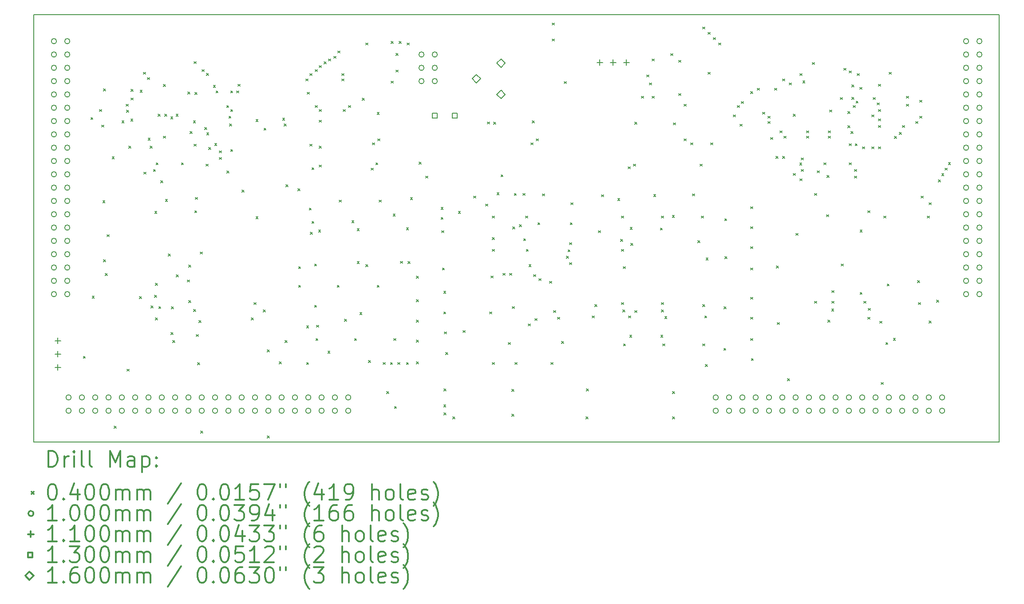
<source format=gbr>
%FSLAX45Y45*%
G04 Gerber Fmt 4.5, Leading zero omitted, Abs format (unit mm)*
G04 Created by KiCad (PCBNEW 5.1.10) date 2021-06-20 21:29:39*
%MOMM*%
%LPD*%
G01*
G04 APERTURE LIST*
%TA.AperFunction,Profile*%
%ADD10C,0.150000*%
%TD*%
%ADD11C,0.200000*%
%ADD12C,0.300000*%
G04 APERTURE END LIST*
D10*
X23622000Y-2870200D02*
X5207000Y-2870200D01*
X5207000Y-11023600D02*
X5207000Y-2870200D01*
X23622000Y-11023600D02*
X5207000Y-11023600D01*
X23622000Y-2870200D02*
X23622000Y-11023600D01*
D11*
X6147120Y-9388160D02*
X6187120Y-9428160D01*
X6187120Y-9388160D02*
X6147120Y-9428160D01*
X6291900Y-4831400D02*
X6331900Y-4871400D01*
X6331900Y-4831400D02*
X6291900Y-4871400D01*
X6317300Y-8241350D02*
X6357300Y-8281350D01*
X6357300Y-8241350D02*
X6317300Y-8281350D01*
X6457000Y-4679000D02*
X6497000Y-4719000D01*
X6497000Y-4679000D02*
X6457000Y-4719000D01*
X6500417Y-4976001D02*
X6540417Y-5016001D01*
X6540417Y-4976001D02*
X6500417Y-5016001D01*
X6520500Y-6418900D02*
X6560500Y-6458900D01*
X6560500Y-6418900D02*
X6520500Y-6458900D01*
X6533200Y-4285300D02*
X6573200Y-4325300D01*
X6573200Y-4285300D02*
X6533200Y-4325300D01*
X6533200Y-7542850D02*
X6573200Y-7582850D01*
X6573200Y-7542850D02*
X6533200Y-7582850D01*
X6564950Y-7809550D02*
X6604950Y-7849550D01*
X6604950Y-7809550D02*
X6564950Y-7849550D01*
X6603050Y-7066600D02*
X6643050Y-7106600D01*
X6643050Y-7066600D02*
X6603050Y-7106600D01*
X6698300Y-5580700D02*
X6738300Y-5620700D01*
X6738300Y-5580700D02*
X6698300Y-5620700D01*
X6736400Y-10717600D02*
X6776400Y-10757600D01*
X6776400Y-10717600D02*
X6736400Y-10757600D01*
X6883949Y-4896400D02*
X6923949Y-4936400D01*
X6923949Y-4896400D02*
X6883949Y-4936400D01*
X6964100Y-4577400D02*
X7004100Y-4617400D01*
X7004100Y-4577400D02*
X6964100Y-4617400D01*
X6975049Y-4691700D02*
X7015049Y-4731700D01*
X7015049Y-4691700D02*
X6975049Y-4731700D01*
X6984050Y-9632000D02*
X7024050Y-9672000D01*
X7024050Y-9632000D02*
X6984050Y-9672000D01*
X7015800Y-5377500D02*
X7055800Y-5417500D01*
X7055800Y-5377500D02*
X7015800Y-5417500D01*
X7053900Y-4863150D02*
X7093900Y-4903150D01*
X7093900Y-4863150D02*
X7053900Y-4903150D01*
X7060250Y-4291650D02*
X7100250Y-4331650D01*
X7100250Y-4291650D02*
X7060250Y-4331650D01*
X7060250Y-4459400D02*
X7100250Y-4499400D01*
X7100250Y-4459400D02*
X7060250Y-4499400D01*
X7219000Y-8247700D02*
X7259000Y-8287700D01*
X7259000Y-8247700D02*
X7219000Y-8287700D01*
X7231700Y-4310700D02*
X7271700Y-4350700D01*
X7271700Y-4310700D02*
X7231700Y-4350700D01*
X7295200Y-3967800D02*
X7335200Y-4007800D01*
X7335200Y-3967800D02*
X7295200Y-4007800D01*
X7301550Y-5872800D02*
X7341550Y-5912800D01*
X7341550Y-5872800D02*
X7301550Y-5912800D01*
X7371400Y-4069400D02*
X7411400Y-4109400D01*
X7411400Y-4069400D02*
X7371400Y-4109400D01*
X7384100Y-5225100D02*
X7424100Y-5265100D01*
X7424100Y-5225100D02*
X7384100Y-5265100D01*
X7422200Y-5377500D02*
X7462200Y-5417500D01*
X7462200Y-5377500D02*
X7422200Y-5417500D01*
X7441250Y-8425500D02*
X7481250Y-8465500D01*
X7481250Y-8425500D02*
X7441250Y-8465500D01*
X7485700Y-5822000D02*
X7525700Y-5862000D01*
X7525700Y-5822000D02*
X7485700Y-5862000D01*
X7504750Y-8222300D02*
X7544750Y-8262300D01*
X7544750Y-8222300D02*
X7504750Y-8262300D01*
X7511100Y-6622100D02*
X7551100Y-6662100D01*
X7551100Y-6622100D02*
X7511100Y-6662100D01*
X7523800Y-7993700D02*
X7563800Y-8033700D01*
X7563800Y-7993700D02*
X7523800Y-8033700D01*
X7523800Y-8654100D02*
X7563800Y-8694100D01*
X7563800Y-8654100D02*
X7523800Y-8694100D01*
X7536500Y-5695000D02*
X7576500Y-5735000D01*
X7576500Y-5695000D02*
X7536500Y-5735000D01*
X7574600Y-4767900D02*
X7614600Y-4807900D01*
X7614600Y-4767900D02*
X7574600Y-4807900D01*
X7587300Y-8438200D02*
X7627300Y-8478200D01*
X7627300Y-8438200D02*
X7587300Y-8478200D01*
X7625400Y-6037900D02*
X7665400Y-6077900D01*
X7665400Y-6037900D02*
X7625400Y-6077900D01*
X7676200Y-4202750D02*
X7716200Y-4242750D01*
X7716200Y-4202750D02*
X7676200Y-4242750D01*
X7676200Y-5187000D02*
X7716200Y-5227000D01*
X7716200Y-5187000D02*
X7676200Y-5227000D01*
X7701600Y-4767900D02*
X7741600Y-4807900D01*
X7741600Y-4767900D02*
X7701600Y-4807900D01*
X7714300Y-6393500D02*
X7754300Y-6433500D01*
X7754300Y-6393500D02*
X7714300Y-6433500D01*
X7771450Y-7434900D02*
X7811450Y-7474900D01*
X7811450Y-7434900D02*
X7771450Y-7474900D01*
X7815900Y-4818700D02*
X7855900Y-4858700D01*
X7855900Y-4818700D02*
X7815900Y-4858700D01*
X7818440Y-8936040D02*
X7858440Y-8976040D01*
X7858440Y-8936040D02*
X7818440Y-8976040D01*
X7828600Y-8443280D02*
X7868600Y-8483280D01*
X7868600Y-8443280D02*
X7828600Y-8483280D01*
X7854000Y-9085900D02*
X7894000Y-9125900D01*
X7894000Y-9085900D02*
X7854000Y-9125900D01*
X7917500Y-4767900D02*
X7957500Y-4807900D01*
X7957500Y-4767900D02*
X7917500Y-4807900D01*
X7923850Y-7834950D02*
X7963850Y-7874950D01*
X7963850Y-7834950D02*
X7923850Y-7874950D01*
X8019100Y-5695000D02*
X8059100Y-5735000D01*
X8059100Y-5695000D02*
X8019100Y-5735000D01*
X8133400Y-7930200D02*
X8173400Y-7970200D01*
X8173400Y-7930200D02*
X8133400Y-7970200D01*
X8139750Y-4342450D02*
X8179750Y-4382450D01*
X8179750Y-4342450D02*
X8139750Y-4382450D01*
X8158800Y-7644450D02*
X8198800Y-7684450D01*
X8198800Y-7644450D02*
X8158800Y-7684450D01*
X8158800Y-8323900D02*
X8198800Y-8363900D01*
X8198800Y-8323900D02*
X8158800Y-8363900D01*
X8184200Y-5098100D02*
X8224200Y-5138100D01*
X8224200Y-5098100D02*
X8184200Y-5138100D01*
X8247700Y-4894900D02*
X8287700Y-4934900D01*
X8287700Y-4894900D02*
X8247700Y-4934900D01*
X8254050Y-8495350D02*
X8294050Y-8535350D01*
X8294050Y-8495350D02*
X8254050Y-8535350D01*
X8260400Y-3764600D02*
X8300400Y-3804600D01*
X8300400Y-3764600D02*
X8260400Y-3804600D01*
X8260400Y-5339400D02*
X8300400Y-5379400D01*
X8300400Y-5339400D02*
X8260400Y-5379400D01*
X8273100Y-6609400D02*
X8313100Y-6649400D01*
X8313100Y-6609400D02*
X8273100Y-6649400D01*
X8279450Y-4355150D02*
X8319450Y-4395150D01*
X8319450Y-4355150D02*
X8279450Y-4395150D01*
X8285800Y-6355400D02*
X8325800Y-6395400D01*
X8325800Y-6355400D02*
X8285800Y-6395400D01*
X8304850Y-8971600D02*
X8344850Y-9011600D01*
X8344850Y-8971600D02*
X8304850Y-9011600D01*
X8330250Y-9511350D02*
X8370250Y-9551350D01*
X8370250Y-9511350D02*
X8330250Y-9551350D01*
X8355650Y-8704900D02*
X8395650Y-8744900D01*
X8395650Y-8704900D02*
X8355650Y-8744900D01*
X8381050Y-7396800D02*
X8421050Y-7436800D01*
X8421050Y-7396800D02*
X8381050Y-7436800D01*
X8387400Y-10812600D02*
X8427400Y-10852600D01*
X8427400Y-10812600D02*
X8387400Y-10852600D01*
X8412800Y-3917000D02*
X8452800Y-3957000D01*
X8452800Y-3917000D02*
X8412800Y-3957000D01*
X8463600Y-5021900D02*
X8503600Y-5061900D01*
X8503600Y-5021900D02*
X8463600Y-5061900D01*
X8489000Y-5720400D02*
X8529000Y-5760400D01*
X8529000Y-5720400D02*
X8489000Y-5760400D01*
X8496005Y-3989500D02*
X8536005Y-4029500D01*
X8536005Y-3989500D02*
X8496005Y-4029500D01*
X8501700Y-5123500D02*
X8541700Y-5163500D01*
X8541700Y-5123500D02*
X8501700Y-5163500D01*
X8539800Y-5402900D02*
X8579800Y-5442900D01*
X8579800Y-5402900D02*
X8539800Y-5442900D01*
X8628700Y-4215450D02*
X8668700Y-4255450D01*
X8668700Y-4215450D02*
X8628700Y-4255450D01*
X8654100Y-5326700D02*
X8694100Y-5366700D01*
X8694100Y-5326700D02*
X8654100Y-5366700D01*
X8679500Y-4323400D02*
X8719500Y-4363400D01*
X8719500Y-4323400D02*
X8679500Y-4363400D01*
X8743000Y-5466400D02*
X8783000Y-5506400D01*
X8783000Y-5466400D02*
X8743000Y-5506400D01*
X8743000Y-5593400D02*
X8783000Y-5633400D01*
X8783000Y-5593400D02*
X8743000Y-5633400D01*
X8882700Y-4602800D02*
X8922700Y-4642800D01*
X8922700Y-4602800D02*
X8882700Y-4642800D01*
X8889050Y-5853750D02*
X8929050Y-5893750D01*
X8929050Y-5853750D02*
X8889050Y-5893750D01*
X8925880Y-4806000D02*
X8965880Y-4846000D01*
X8965880Y-4806000D02*
X8925880Y-4846000D01*
X8936040Y-4953320D02*
X8976040Y-4993320D01*
X8976040Y-4953320D02*
X8936040Y-4993320D01*
X8958900Y-4323400D02*
X8998900Y-4363400D01*
X8998900Y-4323400D02*
X8958900Y-4363400D01*
X8958900Y-4679000D02*
X8998900Y-4719000D01*
X8998900Y-4679000D02*
X8958900Y-4719000D01*
X8958900Y-5441000D02*
X8998900Y-5481000D01*
X8998900Y-5441000D02*
X8958900Y-5481000D01*
X9073200Y-4323400D02*
X9113200Y-4363400D01*
X9113200Y-4323400D02*
X9073200Y-4363400D01*
X9098600Y-4196400D02*
X9138600Y-4236400D01*
X9138600Y-4196400D02*
X9098600Y-4236400D01*
X9174800Y-6215700D02*
X9214800Y-6255700D01*
X9214800Y-6215700D02*
X9174800Y-6255700D01*
X9352600Y-8654100D02*
X9392600Y-8694100D01*
X9392600Y-8654100D02*
X9352600Y-8694100D01*
X9403400Y-8362000D02*
X9443400Y-8402000D01*
X9443400Y-8362000D02*
X9403400Y-8402000D01*
X9441500Y-4869500D02*
X9481500Y-4909500D01*
X9481500Y-4869500D02*
X9441500Y-4909500D01*
X9441500Y-6723700D02*
X9481500Y-6763700D01*
X9481500Y-6723700D02*
X9441500Y-6763700D01*
X9581200Y-8501700D02*
X9621200Y-8541700D01*
X9621200Y-8501700D02*
X9581200Y-8541700D01*
X9593900Y-5034600D02*
X9633900Y-5074600D01*
X9633900Y-5034600D02*
X9593900Y-5074600D01*
X9657400Y-9263700D02*
X9697400Y-9303700D01*
X9697400Y-9263700D02*
X9657400Y-9303700D01*
X9657400Y-10907600D02*
X9697400Y-10947600D01*
X9697400Y-10907600D02*
X9657400Y-10947600D01*
X9886000Y-9492300D02*
X9926000Y-9532300D01*
X9926000Y-9492300D02*
X9886000Y-9532300D01*
X9949500Y-4844100D02*
X9989500Y-4884100D01*
X9989500Y-4844100D02*
X9949500Y-4884100D01*
X9981250Y-4952050D02*
X10021250Y-4992050D01*
X10021250Y-4952050D02*
X9981250Y-4992050D01*
X9993950Y-9085900D02*
X10033950Y-9125900D01*
X10033950Y-9085900D02*
X9993950Y-9125900D01*
X10013000Y-6114100D02*
X10053000Y-6154100D01*
X10053000Y-6114100D02*
X10013000Y-6154100D01*
X10241600Y-6190300D02*
X10281600Y-6230300D01*
X10281600Y-6190300D02*
X10241600Y-6230300D01*
X10254300Y-7676200D02*
X10294300Y-7716200D01*
X10294300Y-7676200D02*
X10254300Y-7716200D01*
X10254300Y-8031800D02*
X10294300Y-8071800D01*
X10294300Y-8031800D02*
X10254300Y-8071800D01*
X10394000Y-4094800D02*
X10434000Y-4134800D01*
X10434000Y-4094800D02*
X10394000Y-4134800D01*
X10406700Y-8806500D02*
X10446700Y-8846500D01*
X10446700Y-8806500D02*
X10406700Y-8846500D01*
X10406700Y-9505000D02*
X10446700Y-9545000D01*
X10446700Y-9505000D02*
X10406700Y-9545000D01*
X10419400Y-4348800D02*
X10459400Y-4388800D01*
X10459400Y-4348800D02*
X10419400Y-4388800D01*
X10457500Y-6558600D02*
X10497500Y-6598600D01*
X10497500Y-6558600D02*
X10457500Y-6598600D01*
X10470200Y-3993200D02*
X10510200Y-4033200D01*
X10510200Y-3993200D02*
X10470200Y-4033200D01*
X10470200Y-5339400D02*
X10510200Y-5379400D01*
X10510200Y-5339400D02*
X10470200Y-5379400D01*
X10476550Y-7022150D02*
X10516550Y-7062150D01*
X10516550Y-7022150D02*
X10476550Y-7062150D01*
X10508300Y-5788000D02*
X10548300Y-5828000D01*
X10548300Y-5788000D02*
X10508300Y-5828000D01*
X10508300Y-6812600D02*
X10548300Y-6852600D01*
X10548300Y-6812600D02*
X10508300Y-6852600D01*
X10559100Y-7625400D02*
X10599100Y-7665400D01*
X10599100Y-7625400D02*
X10559100Y-7665400D01*
X10559100Y-8412800D02*
X10599100Y-8452800D01*
X10599100Y-8412800D02*
X10559100Y-8452800D01*
X10571800Y-3917000D02*
X10611800Y-3957000D01*
X10611800Y-3917000D02*
X10571800Y-3957000D01*
X10571800Y-4602800D02*
X10611800Y-4642800D01*
X10611800Y-4602800D02*
X10571800Y-4642800D01*
X10584500Y-9047800D02*
X10624500Y-9087800D01*
X10624500Y-9047800D02*
X10584500Y-9087800D01*
X10597200Y-8793800D02*
X10637200Y-8833800D01*
X10637200Y-8793800D02*
X10597200Y-8833800D01*
X10635300Y-6977700D02*
X10675300Y-7017700D01*
X10675300Y-6977700D02*
X10635300Y-7017700D01*
X10648000Y-3840800D02*
X10688000Y-3880800D01*
X10688000Y-3840800D02*
X10648000Y-3880800D01*
X10648000Y-4679000D02*
X10688000Y-4719000D01*
X10688000Y-4679000D02*
X10648000Y-4719000D01*
X10648000Y-4882200D02*
X10688000Y-4922200D01*
X10688000Y-4882200D02*
X10648000Y-4922200D01*
X10648000Y-5377501D02*
X10688000Y-5417501D01*
X10688000Y-5377501D02*
X10648000Y-5417501D01*
X10648000Y-5738000D02*
X10688000Y-5778000D01*
X10688000Y-5738000D02*
X10648000Y-5778000D01*
X10742595Y-3769270D02*
X10782595Y-3809270D01*
X10782595Y-3769270D02*
X10742595Y-3809270D01*
X10813100Y-9289100D02*
X10853100Y-9329100D01*
X10853100Y-9289100D02*
X10813100Y-9329100D01*
X10825800Y-3713800D02*
X10865800Y-3753800D01*
X10865800Y-3713800D02*
X10825800Y-3753800D01*
X10927400Y-3663000D02*
X10967400Y-3703000D01*
X10967400Y-3663000D02*
X10927400Y-3703000D01*
X10990900Y-8031800D02*
X11030900Y-8071800D01*
X11030900Y-8031800D02*
X10990900Y-8071800D01*
X11003600Y-3561400D02*
X11043600Y-3601400D01*
X11043600Y-3561400D02*
X11003600Y-3601400D01*
X11029000Y-6406200D02*
X11069000Y-6446200D01*
X11069000Y-6406200D02*
X11029000Y-6446200D01*
X11079800Y-3993200D02*
X11119800Y-4033200D01*
X11119800Y-3993200D02*
X11079800Y-4033200D01*
X11079800Y-4094800D02*
X11119800Y-4134800D01*
X11119800Y-4094800D02*
X11079800Y-4134800D01*
X11105200Y-4679000D02*
X11145200Y-4719000D01*
X11145200Y-4679000D02*
X11105200Y-4719000D01*
X11130600Y-8679500D02*
X11170600Y-8719500D01*
X11170600Y-8679500D02*
X11130600Y-8719500D01*
X11206800Y-4602800D02*
X11246800Y-4642800D01*
X11246800Y-4602800D02*
X11206800Y-4642800D01*
X11270300Y-6799900D02*
X11310300Y-6839900D01*
X11310300Y-6799900D02*
X11270300Y-6839900D01*
X11321100Y-9047800D02*
X11361100Y-9087800D01*
X11361100Y-9047800D02*
X11321100Y-9087800D01*
X11371900Y-6952300D02*
X11411900Y-6992300D01*
X11411900Y-6952300D02*
X11371900Y-6992300D01*
X11371900Y-7580950D02*
X11411900Y-7620950D01*
X11411900Y-7580950D02*
X11371900Y-7620950D01*
X11422700Y-8552500D02*
X11462700Y-8592500D01*
X11462700Y-8552500D02*
X11422700Y-8592500D01*
X11467150Y-4463100D02*
X11507150Y-4503100D01*
X11507150Y-4463100D02*
X11467150Y-4503100D01*
X11537000Y-3409000D02*
X11577000Y-3449000D01*
X11577000Y-3409000D02*
X11537000Y-3449000D01*
X11537000Y-7638100D02*
X11577000Y-7678100D01*
X11577000Y-7638100D02*
X11537000Y-7678100D01*
X11587800Y-9466900D02*
X11627800Y-9506900D01*
X11627800Y-9466900D02*
X11587800Y-9506900D01*
X11638600Y-5796600D02*
X11678600Y-5836600D01*
X11678600Y-5796600D02*
X11638600Y-5836600D01*
X11664000Y-5314000D02*
X11704000Y-5354000D01*
X11704000Y-5314000D02*
X11664000Y-5354000D01*
X11727500Y-5695000D02*
X11767500Y-5735000D01*
X11767500Y-5695000D02*
X11727500Y-5735000D01*
X11752900Y-4736150D02*
X11792900Y-4776150D01*
X11792900Y-4736150D02*
X11752900Y-4776150D01*
X11752900Y-8031800D02*
X11792900Y-8071800D01*
X11792900Y-8031800D02*
X11752900Y-8071800D01*
X11765600Y-5237800D02*
X11805600Y-5277800D01*
X11805600Y-5237800D02*
X11765600Y-5277800D01*
X11791000Y-6406200D02*
X11831000Y-6446200D01*
X11831000Y-6406200D02*
X11791000Y-6446200D01*
X11867200Y-9505000D02*
X11907200Y-9545000D01*
X11907200Y-9505000D02*
X11867200Y-9545000D01*
X11937050Y-10057450D02*
X11977050Y-10097450D01*
X11977050Y-10057450D02*
X11937050Y-10097450D01*
X12006900Y-9505000D02*
X12046900Y-9545000D01*
X12046900Y-9505000D02*
X12006900Y-9545000D01*
X12017060Y-4137980D02*
X12057060Y-4177980D01*
X12057060Y-4137980D02*
X12017060Y-4177980D01*
X12019600Y-3379900D02*
X12059600Y-3419900D01*
X12059600Y-3379900D02*
X12019600Y-3419900D01*
X12057700Y-6672900D02*
X12097700Y-6712900D01*
X12097700Y-6672900D02*
X12057700Y-6712900D01*
X12070400Y-9047800D02*
X12110400Y-9087800D01*
X12110400Y-9047800D02*
X12070400Y-9087800D01*
X12083100Y-10343200D02*
X12123100Y-10383200D01*
X12123100Y-10343200D02*
X12083100Y-10383200D01*
X12111040Y-3607120D02*
X12151040Y-3647120D01*
X12151040Y-3607120D02*
X12111040Y-3647120D01*
X12111040Y-3927159D02*
X12151040Y-3967159D01*
X12151040Y-3927159D02*
X12111040Y-3967159D01*
X12146600Y-9505000D02*
X12186600Y-9545000D01*
X12186600Y-9505000D02*
X12146600Y-9545000D01*
X12172000Y-3379900D02*
X12212000Y-3419900D01*
X12212000Y-3379900D02*
X12172000Y-3419900D01*
X12197400Y-7574600D02*
X12237400Y-7614600D01*
X12237400Y-7574600D02*
X12197400Y-7614600D01*
X12311700Y-6933250D02*
X12351700Y-6973250D01*
X12351700Y-6933250D02*
X12311700Y-6973250D01*
X12311700Y-9505000D02*
X12351700Y-9545000D01*
X12351700Y-9505000D02*
X12311700Y-9545000D01*
X12324400Y-3409000D02*
X12364400Y-3449000D01*
X12364400Y-3409000D02*
X12324400Y-3449000D01*
X12343450Y-7580950D02*
X12383450Y-7620950D01*
X12383450Y-7580950D02*
X12343450Y-7620950D01*
X12387900Y-6361750D02*
X12427900Y-6401750D01*
X12427900Y-6361750D02*
X12387900Y-6401750D01*
X12502200Y-7860350D02*
X12542200Y-7900350D01*
X12542200Y-7860350D02*
X12502200Y-7900350D01*
X12502200Y-8304850D02*
X12542200Y-8344850D01*
X12542200Y-8304850D02*
X12502200Y-8344850D01*
X12502200Y-8698550D02*
X12542200Y-8738550D01*
X12542200Y-8698550D02*
X12502200Y-8738550D01*
X12502200Y-9079550D02*
X12542200Y-9119550D01*
X12542200Y-9079550D02*
X12502200Y-9119550D01*
X12502200Y-9492300D02*
X12542200Y-9532300D01*
X12542200Y-9492300D02*
X12502200Y-9532300D01*
X12553000Y-5682300D02*
X12593000Y-5722300D01*
X12593000Y-5682300D02*
X12553000Y-5722300D01*
X12680000Y-5949000D02*
X12720000Y-5989000D01*
X12720000Y-5949000D02*
X12680000Y-5989000D01*
X12972100Y-6545900D02*
X13012100Y-6585900D01*
X13012100Y-6545900D02*
X12972100Y-6585900D01*
X12972100Y-6736400D02*
X13012100Y-6776400D01*
X13012100Y-6736400D02*
X12972100Y-6776400D01*
X12984800Y-6990400D02*
X13024800Y-7030400D01*
X13024800Y-6990400D02*
X12984800Y-7030400D01*
X12997500Y-7701600D02*
X13037500Y-7741600D01*
X13037500Y-7701600D02*
X12997500Y-7741600D01*
X13022900Y-8146100D02*
X13062900Y-8186100D01*
X13062900Y-8146100D02*
X13022900Y-8186100D01*
X13022900Y-8539800D02*
X13062900Y-8579800D01*
X13062900Y-8539800D02*
X13022900Y-8579800D01*
X13022900Y-10311450D02*
X13062900Y-10351450D01*
X13062900Y-10311450D02*
X13022900Y-10351450D01*
X13029250Y-10006650D02*
X13069250Y-10046650D01*
X13069250Y-10006650D02*
X13029250Y-10046650D01*
X13029250Y-10463850D02*
X13069250Y-10503850D01*
X13069250Y-10463850D02*
X13029250Y-10503850D01*
X13035600Y-8920800D02*
X13075600Y-8960800D01*
X13075600Y-8920800D02*
X13035600Y-8960800D01*
X13061000Y-9314500D02*
X13101000Y-9354500D01*
X13101000Y-9314500D02*
X13061000Y-9354500D01*
X13194350Y-10540050D02*
X13234350Y-10580050D01*
X13234350Y-10540050D02*
X13194350Y-10580050D01*
X13302300Y-6622100D02*
X13342300Y-6662100D01*
X13342300Y-6622100D02*
X13302300Y-6662100D01*
X13391200Y-8895400D02*
X13431200Y-8935400D01*
X13431200Y-8895400D02*
X13391200Y-8935400D01*
X13594400Y-6330000D02*
X13634400Y-6370000D01*
X13634400Y-6330000D02*
X13594400Y-6370000D01*
X13823000Y-6482400D02*
X13863000Y-6522400D01*
X13863000Y-6482400D02*
X13823000Y-6522400D01*
X13857459Y-4916659D02*
X13897459Y-4956659D01*
X13897459Y-4916659D02*
X13857459Y-4956659D01*
X13899200Y-8539800D02*
X13939200Y-8579800D01*
X13939200Y-8539800D02*
X13899200Y-8579800D01*
X13924600Y-7854000D02*
X13964600Y-7894000D01*
X13964600Y-7854000D02*
X13924600Y-7894000D01*
X13950000Y-6711000D02*
X13990000Y-6751000D01*
X13990000Y-6711000D02*
X13950000Y-6751000D01*
X13950000Y-7124000D02*
X13990000Y-7164000D01*
X13990000Y-7124000D02*
X13950000Y-7164000D01*
X13950000Y-7346000D02*
X13990000Y-7386000D01*
X13990000Y-7346000D02*
X13950000Y-7386000D01*
X13950000Y-9505000D02*
X13990000Y-9545000D01*
X13990000Y-9505000D02*
X13950000Y-9545000D01*
X13975400Y-4920300D02*
X14015400Y-4960300D01*
X14015400Y-4920300D02*
X13975400Y-4960300D01*
X14038900Y-6266500D02*
X14078900Y-6306500D01*
X14078900Y-6266500D02*
X14038900Y-6306500D01*
X14115100Y-5923600D02*
X14155100Y-5963600D01*
X14155100Y-5923600D02*
X14115100Y-5963600D01*
X14153200Y-7803200D02*
X14193200Y-7843200D01*
X14193200Y-7803200D02*
X14153200Y-7843200D01*
X14254800Y-9124000D02*
X14294800Y-9164000D01*
X14294800Y-9124000D02*
X14254800Y-9164000D01*
X14280200Y-7803200D02*
X14320200Y-7843200D01*
X14320200Y-7803200D02*
X14280200Y-7843200D01*
X14324650Y-10019350D02*
X14364650Y-10059350D01*
X14364650Y-10019350D02*
X14324650Y-10059350D01*
X14324650Y-10489250D02*
X14364650Y-10529250D01*
X14364650Y-10489250D02*
X14324650Y-10529250D01*
X14331000Y-8438200D02*
X14371000Y-8478200D01*
X14371000Y-8438200D02*
X14331000Y-8478200D01*
X14337350Y-6920550D02*
X14377350Y-6960550D01*
X14377350Y-6920550D02*
X14337350Y-6960550D01*
X14369100Y-6279200D02*
X14409100Y-6319200D01*
X14409100Y-6279200D02*
X14369100Y-6319200D01*
X14381800Y-9505000D02*
X14421800Y-9545000D01*
X14421800Y-9505000D02*
X14381800Y-9545000D01*
X14464350Y-6876100D02*
X14504350Y-6916100D01*
X14504350Y-6876100D02*
X14464350Y-6916100D01*
X14534200Y-6279200D02*
X14574200Y-6319200D01*
X14574200Y-6279200D02*
X14534200Y-6319200D01*
X14546900Y-7142800D02*
X14586900Y-7182800D01*
X14586900Y-7142800D02*
X14546900Y-7182800D01*
X14585000Y-6711000D02*
X14625000Y-6751000D01*
X14625000Y-6711000D02*
X14585000Y-6751000D01*
X14597700Y-7346000D02*
X14637700Y-7386000D01*
X14637700Y-7346000D02*
X14597700Y-7386000D01*
X14635800Y-8768400D02*
X14675800Y-8808400D01*
X14675800Y-8768400D02*
X14635800Y-8808400D01*
X14648500Y-7638100D02*
X14688500Y-7678100D01*
X14688500Y-7638100D02*
X14648500Y-7678100D01*
X14686600Y-5314000D02*
X14726600Y-5354000D01*
X14726600Y-5314000D02*
X14686600Y-5354000D01*
X14712000Y-4894900D02*
X14752000Y-4934900D01*
X14752000Y-4894900D02*
X14712000Y-4934900D01*
X14737400Y-7828600D02*
X14777400Y-7868600D01*
X14777400Y-7828600D02*
X14737400Y-7868600D01*
X14762800Y-8666799D02*
X14802800Y-8706799D01*
X14802800Y-8666799D02*
X14762800Y-8706799D01*
X14788200Y-5237800D02*
X14828200Y-5277800D01*
X14828200Y-5237800D02*
X14788200Y-5277800D01*
X14818680Y-6838000D02*
X14858680Y-6878000D01*
X14858680Y-6838000D02*
X14818680Y-6878000D01*
X14839000Y-7904800D02*
X14879000Y-7944800D01*
X14879000Y-7904800D02*
X14839000Y-7944800D01*
X14905040Y-6289360D02*
X14945040Y-6329360D01*
X14945040Y-6289360D02*
X14905040Y-6329360D01*
X15042200Y-7955600D02*
X15082200Y-7995600D01*
X15082200Y-7955600D02*
X15042200Y-7995600D01*
X15067600Y-9505000D02*
X15107600Y-9545000D01*
X15107600Y-9505000D02*
X15067600Y-9545000D01*
X15093000Y-3028000D02*
X15133000Y-3068000D01*
X15133000Y-3028000D02*
X15093000Y-3068000D01*
X15093000Y-3332800D02*
X15133000Y-3372800D01*
X15133000Y-3332800D02*
X15093000Y-3372800D01*
X15118400Y-8514400D02*
X15158400Y-8554400D01*
X15158400Y-8514400D02*
X15118400Y-8554400D01*
X15194600Y-8641400D02*
X15234600Y-8681400D01*
X15234600Y-8641400D02*
X15194600Y-8681400D01*
X15268000Y-9101400D02*
X15308000Y-9141400D01*
X15308000Y-9101400D02*
X15268000Y-9141400D01*
X15321600Y-4145600D02*
X15361600Y-4185600D01*
X15361600Y-4145600D02*
X15321600Y-4185600D01*
X15362240Y-7478080D02*
X15402240Y-7518080D01*
X15402240Y-7478080D02*
X15362240Y-7518080D01*
X15392720Y-7356160D02*
X15432720Y-7396160D01*
X15432720Y-7356160D02*
X15392720Y-7396160D01*
X15423199Y-7219000D02*
X15463199Y-7259000D01*
X15463199Y-7219000D02*
X15423199Y-7259000D01*
X15423200Y-7600000D02*
X15463200Y-7640000D01*
X15463200Y-7600000D02*
X15423200Y-7640000D01*
X15435902Y-6838000D02*
X15475902Y-6878000D01*
X15475902Y-6838000D02*
X15435902Y-6878000D01*
X15448599Y-6457000D02*
X15488599Y-6497000D01*
X15488599Y-6457000D02*
X15448599Y-6497000D01*
X15734350Y-10540050D02*
X15774350Y-10580050D01*
X15774350Y-10540050D02*
X15734350Y-10580050D01*
X15747050Y-10006650D02*
X15787050Y-10046650D01*
X15787050Y-10006650D02*
X15747050Y-10046650D01*
X15855000Y-8616000D02*
X15895000Y-8656000D01*
X15895000Y-8616000D02*
X15855000Y-8656000D01*
X15905800Y-8400100D02*
X15945800Y-8440100D01*
X15945800Y-8400100D02*
X15905800Y-8440100D01*
X15974705Y-6990400D02*
X16014705Y-7030400D01*
X16014705Y-6990400D02*
X15974705Y-7030400D01*
X16032800Y-6304600D02*
X16072800Y-6344600D01*
X16072800Y-6304600D02*
X16032800Y-6344600D01*
X16342680Y-6375720D02*
X16382680Y-6415720D01*
X16382680Y-6375720D02*
X16342680Y-6415720D01*
X16398560Y-7158040D02*
X16438560Y-7198040D01*
X16438560Y-7158040D02*
X16398560Y-7198040D01*
X16413800Y-6711000D02*
X16453800Y-6751000D01*
X16453800Y-6711000D02*
X16413800Y-6751000D01*
X16413800Y-7346000D02*
X16453800Y-7386000D01*
X16453800Y-7346000D02*
X16413800Y-7386000D01*
X16413800Y-8362000D02*
X16453800Y-8402000D01*
X16453800Y-8362000D02*
X16413800Y-8402000D01*
X16439200Y-8501700D02*
X16479200Y-8541700D01*
X16479200Y-8501700D02*
X16439200Y-8541700D01*
X16449360Y-7676200D02*
X16489360Y-7716200D01*
X16489360Y-7676200D02*
X16449360Y-7716200D01*
X16451900Y-9149400D02*
X16491900Y-9189400D01*
X16491900Y-9149400D02*
X16451900Y-9189400D01*
X16540800Y-5771200D02*
X16580800Y-5811200D01*
X16580800Y-5771200D02*
X16540800Y-5811200D01*
X16550960Y-8616000D02*
X16590960Y-8656000D01*
X16590960Y-8616000D02*
X16550960Y-8656000D01*
X16571280Y-8986840D02*
X16611280Y-9026840D01*
X16611280Y-8986840D02*
X16571280Y-9026840D01*
X16578900Y-6926900D02*
X16618900Y-6966900D01*
X16618900Y-6926900D02*
X16578900Y-6966900D01*
X16591600Y-7231700D02*
X16631600Y-7271700D01*
X16631600Y-7231700D02*
X16591600Y-7271700D01*
X16642400Y-5720400D02*
X16682400Y-5760400D01*
X16682400Y-5720400D02*
X16642400Y-5760400D01*
X16667800Y-4920300D02*
X16707800Y-4960300D01*
X16707800Y-4920300D02*
X16667800Y-4960300D01*
X16667800Y-8514400D02*
X16707800Y-8554400D01*
X16707800Y-8514400D02*
X16667800Y-8554400D01*
X16794800Y-4425000D02*
X16834800Y-4465000D01*
X16834800Y-4425000D02*
X16794800Y-4465000D01*
X16896400Y-4018600D02*
X16936400Y-4058600D01*
X16936400Y-4018600D02*
X16896400Y-4058600D01*
X16947200Y-4171000D02*
X16987200Y-4211000D01*
X16987200Y-4171000D02*
X16947200Y-4211000D01*
X16998000Y-3713800D02*
X17038000Y-3753800D01*
X17038000Y-3713800D02*
X16998000Y-3753800D01*
X16998000Y-4425000D02*
X17038000Y-4465000D01*
X17038000Y-4425000D02*
X16998000Y-4465000D01*
X17028480Y-6299520D02*
X17068480Y-6339520D01*
X17068480Y-6299520D02*
X17028480Y-6339520D01*
X17155480Y-6939600D02*
X17195480Y-6979600D01*
X17195480Y-6939600D02*
X17155480Y-6979600D01*
X17163100Y-8984300D02*
X17203100Y-9024300D01*
X17203100Y-8984300D02*
X17163100Y-9024300D01*
X17175800Y-6711000D02*
X17215800Y-6751000D01*
X17215800Y-6711000D02*
X17175800Y-6751000D01*
X17175800Y-8362000D02*
X17215800Y-8402000D01*
X17215800Y-8362000D02*
X17175800Y-8402000D01*
X17175800Y-8501700D02*
X17215800Y-8541700D01*
X17215800Y-8501700D02*
X17175800Y-8541700D01*
X17201200Y-9149400D02*
X17241200Y-9189400D01*
X17241200Y-9149400D02*
X17201200Y-9189400D01*
X17239300Y-8628700D02*
X17279300Y-8668700D01*
X17279300Y-8628700D02*
X17239300Y-8668700D01*
X17353135Y-3611735D02*
X17393135Y-3651735D01*
X17393135Y-3611735D02*
X17353135Y-3651735D01*
X17384080Y-6700840D02*
X17424080Y-6740840D01*
X17424080Y-6700840D02*
X17384080Y-6740840D01*
X17385350Y-10057450D02*
X17425350Y-10097450D01*
X17425350Y-10057450D02*
X17385350Y-10097450D01*
X17385350Y-10540050D02*
X17425350Y-10580050D01*
X17425350Y-10540050D02*
X17385350Y-10580050D01*
X17404400Y-4933000D02*
X17444400Y-4973000D01*
X17444400Y-4933000D02*
X17404400Y-4973000D01*
X17506000Y-3739200D02*
X17546000Y-3779200D01*
X17546000Y-3739200D02*
X17506000Y-3779200D01*
X17506000Y-4374200D02*
X17546000Y-4414200D01*
X17546000Y-4374200D02*
X17506000Y-4414200D01*
X17607600Y-4577400D02*
X17647600Y-4617400D01*
X17647600Y-4577400D02*
X17607600Y-4617400D01*
X17607600Y-5237800D02*
X17647600Y-5277800D01*
X17647600Y-5237800D02*
X17607600Y-5277800D01*
X17734600Y-5314000D02*
X17774600Y-5354000D01*
X17774600Y-5314000D02*
X17734600Y-5354000D01*
X17770160Y-6289360D02*
X17810160Y-6329360D01*
X17810160Y-6289360D02*
X17770160Y-6329360D01*
X17871760Y-7183440D02*
X17911760Y-7223440D01*
X17911760Y-7183440D02*
X17871760Y-7223440D01*
X17912400Y-5720400D02*
X17952400Y-5760400D01*
X17952400Y-5720400D02*
X17912400Y-5760400D01*
X17937800Y-6711000D02*
X17977800Y-6751000D01*
X17977800Y-6711000D02*
X17937800Y-6751000D01*
X17963200Y-3104200D02*
X18003200Y-3144200D01*
X18003200Y-3104200D02*
X17963200Y-3144200D01*
X17963200Y-8400100D02*
X18003200Y-8440100D01*
X18003200Y-8400100D02*
X17963200Y-8440100D01*
X17963200Y-9149400D02*
X18003200Y-9189400D01*
X18003200Y-9149400D02*
X17963200Y-9189400D01*
X18001300Y-8616000D02*
X18041300Y-8656000D01*
X18041300Y-8616000D02*
X18001300Y-8656000D01*
X18014000Y-9543100D02*
X18054000Y-9583100D01*
X18054000Y-9543100D02*
X18014000Y-9583100D01*
X18026700Y-7511100D02*
X18066700Y-7551100D01*
X18066700Y-7511100D02*
X18026700Y-7551100D01*
X18064800Y-3205800D02*
X18104800Y-3245800D01*
X18104800Y-3205800D02*
X18064800Y-3245800D01*
X18064800Y-3967800D02*
X18104800Y-4007800D01*
X18104800Y-3967800D02*
X18064800Y-4007800D01*
X18115600Y-5314000D02*
X18155600Y-5354000D01*
X18155600Y-5314000D02*
X18115600Y-5354000D01*
X18166400Y-3307400D02*
X18206400Y-3347400D01*
X18206400Y-3307400D02*
X18166400Y-3347400D01*
X18268000Y-3409000D02*
X18308000Y-3449000D01*
X18308000Y-3409000D02*
X18268000Y-3449000D01*
X18364520Y-9235760D02*
X18404520Y-9275760D01*
X18404520Y-9235760D02*
X18364520Y-9275760D01*
X18369600Y-8443280D02*
X18409600Y-8483280D01*
X18409600Y-8443280D02*
X18369600Y-8483280D01*
X18382300Y-6761800D02*
X18422300Y-6801800D01*
X18422300Y-6761800D02*
X18382300Y-6801800D01*
X18384840Y-7488240D02*
X18424840Y-7528240D01*
X18424840Y-7488240D02*
X18384840Y-7528240D01*
X18547400Y-4780600D02*
X18587400Y-4820600D01*
X18587400Y-4780600D02*
X18547400Y-4820600D01*
X18623600Y-4602800D02*
X18663600Y-4642800D01*
X18663600Y-4602800D02*
X18623600Y-4642800D01*
X18674400Y-4958400D02*
X18714400Y-4998400D01*
X18714400Y-4958400D02*
X18674400Y-4998400D01*
X18699800Y-4526600D02*
X18739800Y-4566600D01*
X18739800Y-4526600D02*
X18699800Y-4566600D01*
X18877600Y-4336599D02*
X18917600Y-4376599D01*
X18917600Y-4336599D02*
X18877600Y-4376599D01*
X18877600Y-6533200D02*
X18917600Y-6573200D01*
X18917600Y-6533200D02*
X18877600Y-6573200D01*
X18877600Y-6914200D02*
X18917600Y-6954200D01*
X18917600Y-6914200D02*
X18877600Y-6954200D01*
X18877600Y-7295200D02*
X18917600Y-7335200D01*
X18917600Y-7295200D02*
X18877600Y-7335200D01*
X18877600Y-7701600D02*
X18917600Y-7741600D01*
X18917600Y-7701600D02*
X18877600Y-7741600D01*
X18877600Y-8260400D02*
X18917600Y-8300400D01*
X18917600Y-8260400D02*
X18877600Y-8300400D01*
X18877600Y-8641400D02*
X18917600Y-8681400D01*
X18917600Y-8641400D02*
X18877600Y-8681400D01*
X18877600Y-9047800D02*
X18917600Y-9087800D01*
X18917600Y-9047800D02*
X18877600Y-9087800D01*
X18890300Y-9428800D02*
X18930300Y-9468800D01*
X18930300Y-9428800D02*
X18890300Y-9468800D01*
X19004600Y-4272600D02*
X19044600Y-4312600D01*
X19044600Y-4272600D02*
X19004600Y-4312600D01*
X19106200Y-4729800D02*
X19146200Y-4769800D01*
X19146200Y-4729800D02*
X19106200Y-4769800D01*
X19207335Y-4805535D02*
X19247335Y-4845535D01*
X19247335Y-4805535D02*
X19207335Y-4845535D01*
X19207800Y-4907600D02*
X19247800Y-4947600D01*
X19247800Y-4907600D02*
X19207800Y-4947600D01*
X19258600Y-5212400D02*
X19298600Y-5252400D01*
X19298600Y-5212400D02*
X19258600Y-5252400D01*
X19334800Y-4272600D02*
X19374800Y-4312600D01*
X19374800Y-4272600D02*
X19334800Y-4312600D01*
X19360200Y-5572500D02*
X19400200Y-5612500D01*
X19400200Y-5572500D02*
X19360200Y-5612500D01*
X19366550Y-7663500D02*
X19406550Y-7703500D01*
X19406550Y-7663500D02*
X19366550Y-7703500D01*
X19385600Y-8743000D02*
X19425600Y-8783000D01*
X19425600Y-8743000D02*
X19385600Y-8783000D01*
X19436400Y-5085400D02*
X19476400Y-5125400D01*
X19476400Y-5085400D02*
X19436400Y-5125400D01*
X19487200Y-4094800D02*
X19527200Y-4134800D01*
X19527200Y-4094800D02*
X19487200Y-4134800D01*
X19487200Y-5572500D02*
X19527200Y-5612500D01*
X19527200Y-5572500D02*
X19487200Y-5612500D01*
X19512600Y-5187000D02*
X19552600Y-5227000D01*
X19552600Y-5187000D02*
X19512600Y-5227000D01*
X19582450Y-9816150D02*
X19622450Y-9856150D01*
X19622450Y-9816150D02*
X19582450Y-9856150D01*
X19614200Y-4171000D02*
X19654200Y-4211000D01*
X19654200Y-4171000D02*
X19614200Y-4211000D01*
X19690400Y-4770440D02*
X19730400Y-4810440D01*
X19730400Y-4770440D02*
X19690400Y-4810440D01*
X19690400Y-5898200D02*
X19730400Y-5938200D01*
X19730400Y-5898200D02*
X19690400Y-5938200D01*
X19741199Y-7041200D02*
X19781199Y-7081200D01*
X19781199Y-7041200D02*
X19741199Y-7081200D01*
X19812803Y-5697797D02*
X19852803Y-5737797D01*
X19852803Y-5697797D02*
X19812803Y-5737797D01*
X19817400Y-3993200D02*
X19857400Y-4033200D01*
X19857400Y-3993200D02*
X19817400Y-4033200D01*
X19817400Y-5999800D02*
X19857400Y-6039800D01*
X19857400Y-5999800D02*
X19817400Y-6039800D01*
X19842800Y-5602401D02*
X19882800Y-5642401D01*
X19882800Y-5602401D02*
X19842800Y-5642401D01*
X19842800Y-5822000D02*
X19882800Y-5862000D01*
X19882800Y-5822000D02*
X19842800Y-5862000D01*
X19872623Y-4135264D02*
X19912623Y-4175264D01*
X19912623Y-4135264D02*
X19872623Y-4175264D01*
X19944400Y-5085400D02*
X19984400Y-5125400D01*
X19984400Y-5085400D02*
X19944400Y-5125400D01*
X19944400Y-5187000D02*
X19984400Y-5227000D01*
X19984400Y-5187000D02*
X19944400Y-5227000D01*
X20054600Y-3781400D02*
X20094600Y-3821400D01*
X20094600Y-3781400D02*
X20054600Y-3821400D01*
X20096800Y-6279200D02*
X20136800Y-6319200D01*
X20136800Y-6279200D02*
X20096800Y-6319200D01*
X20096800Y-8336600D02*
X20136800Y-8376600D01*
X20136800Y-8336600D02*
X20096800Y-8376600D01*
X20147600Y-5847400D02*
X20187600Y-5887400D01*
X20187600Y-5847400D02*
X20147600Y-5887400D01*
X20274600Y-5695000D02*
X20314600Y-5735000D01*
X20314600Y-5695000D02*
X20274600Y-5735000D01*
X20325400Y-6685600D02*
X20365400Y-6725600D01*
X20365400Y-6685600D02*
X20325400Y-6725600D01*
X20335560Y-5938840D02*
X20375560Y-5978840D01*
X20375560Y-5938840D02*
X20335560Y-5978840D01*
X20350800Y-8698799D02*
X20390800Y-8738799D01*
X20390800Y-8698799D02*
X20350800Y-8738799D01*
X20359600Y-5085400D02*
X20399600Y-5125400D01*
X20399600Y-5085400D02*
X20359600Y-5125400D01*
X20359600Y-5187000D02*
X20399600Y-5227000D01*
X20399600Y-5187000D02*
X20359600Y-5227000D01*
X20386360Y-4689160D02*
X20426360Y-4729160D01*
X20426360Y-4689160D02*
X20386360Y-4729160D01*
X20421920Y-8483920D02*
X20461920Y-8523920D01*
X20461920Y-8483920D02*
X20421920Y-8523920D01*
X20427000Y-8133400D02*
X20467000Y-8173400D01*
X20467000Y-8133400D02*
X20427000Y-8173400D01*
X20427000Y-8336600D02*
X20467000Y-8376600D01*
X20467000Y-8336600D02*
X20427000Y-8376600D01*
X20589560Y-4450400D02*
X20629560Y-4490400D01*
X20629560Y-4450400D02*
X20589560Y-4490400D01*
X20604800Y-7625400D02*
X20644800Y-7665400D01*
X20644800Y-7625400D02*
X20604800Y-7665400D01*
X20655600Y-3891600D02*
X20695600Y-3931600D01*
X20695600Y-3891600D02*
X20655600Y-3931600D01*
X20731800Y-4715200D02*
X20771800Y-4755200D01*
X20771800Y-4715200D02*
X20731800Y-4755200D01*
X20731800Y-4990200D02*
X20771800Y-5030200D01*
X20771800Y-4990200D02*
X20731800Y-5030200D01*
X20757200Y-3942400D02*
X20797200Y-3982400D01*
X20797200Y-3942400D02*
X20757200Y-3982400D01*
X20757200Y-5330621D02*
X20797200Y-5370621D01*
X20797200Y-5330621D02*
X20757200Y-5370621D01*
X20757200Y-5695000D02*
X20797200Y-5735000D01*
X20797200Y-5695000D02*
X20757200Y-5735000D01*
X20792760Y-5100640D02*
X20832760Y-5140640D01*
X20832760Y-5100640D02*
X20792760Y-5140640D01*
X20808000Y-4211698D02*
X20848000Y-4251698D01*
X20848000Y-4211698D02*
X20808000Y-4251698D01*
X20808000Y-4446700D02*
X20848000Y-4486700D01*
X20848000Y-4446700D02*
X20808000Y-4486700D01*
X20833400Y-4602800D02*
X20873400Y-4642800D01*
X20873400Y-4602800D02*
X20833400Y-4642800D01*
X20858800Y-5822000D02*
X20898800Y-5862000D01*
X20898800Y-5822000D02*
X20858800Y-5862000D01*
X20858800Y-5949000D02*
X20898800Y-5989000D01*
X20898800Y-5949000D02*
X20858800Y-5989000D01*
X20871500Y-5330621D02*
X20911500Y-5370621D01*
X20911500Y-5330621D02*
X20871500Y-5370621D01*
X20888870Y-4519595D02*
X20928870Y-4559595D01*
X20928870Y-4519595D02*
X20888870Y-4559595D01*
X20909600Y-3993200D02*
X20949600Y-4033200D01*
X20949600Y-3993200D02*
X20909600Y-4033200D01*
X20960400Y-4256699D02*
X21000400Y-4296699D01*
X21000400Y-4256699D02*
X20960400Y-4296699D01*
X20965480Y-6980240D02*
X21005480Y-7020240D01*
X21005480Y-6980240D02*
X20965480Y-7020240D01*
X20965480Y-8168960D02*
X21005480Y-8208960D01*
X21005480Y-8168960D02*
X20965480Y-8208960D01*
X21011200Y-5390200D02*
X21051200Y-5430200D01*
X21051200Y-5390200D02*
X21011200Y-5430200D01*
X21036600Y-8336600D02*
X21076600Y-8376600D01*
X21076600Y-8336600D02*
X21036600Y-8376600D01*
X21112800Y-6609400D02*
X21152800Y-6649400D01*
X21152800Y-6609400D02*
X21112800Y-6649400D01*
X21112800Y-8641400D02*
X21152800Y-8681400D01*
X21152800Y-8641400D02*
X21112800Y-8681400D01*
X21122960Y-8473760D02*
X21162960Y-8513760D01*
X21162960Y-8473760D02*
X21122960Y-8513760D01*
X21189000Y-4780600D02*
X21229000Y-4820600D01*
X21229000Y-4780600D02*
X21189000Y-4820600D01*
X21189000Y-5390200D02*
X21229000Y-5430200D01*
X21229000Y-5390200D02*
X21189000Y-5430200D01*
X21213935Y-4450865D02*
X21253935Y-4490865D01*
X21253935Y-4450865D02*
X21213935Y-4490865D01*
X21290600Y-4552000D02*
X21330600Y-4592000D01*
X21330600Y-4552000D02*
X21290600Y-4592000D01*
X21316000Y-4196400D02*
X21356000Y-4236400D01*
X21356000Y-4196400D02*
X21316000Y-4236400D01*
X21316000Y-4679000D02*
X21356000Y-4719000D01*
X21356000Y-4679000D02*
X21316000Y-4719000D01*
X21316000Y-4856800D02*
X21356000Y-4896800D01*
X21356000Y-4856800D02*
X21316000Y-4896800D01*
X21316000Y-4983800D02*
X21356000Y-5023800D01*
X21356000Y-4983800D02*
X21316000Y-5023800D01*
X21316000Y-5390200D02*
X21356000Y-5430200D01*
X21356000Y-5390200D02*
X21316000Y-5430200D01*
X21341400Y-8717600D02*
X21381400Y-8757600D01*
X21381400Y-8717600D02*
X21341400Y-8757600D01*
X21366800Y-9886000D02*
X21406800Y-9926000D01*
X21406800Y-9886000D02*
X21366800Y-9926000D01*
X21417600Y-6711000D02*
X21457600Y-6751000D01*
X21457600Y-6711000D02*
X21417600Y-6751000D01*
X21455700Y-9124000D02*
X21495700Y-9164000D01*
X21495700Y-9124000D02*
X21455700Y-9164000D01*
X21481100Y-8006400D02*
X21521100Y-8046400D01*
X21521100Y-8006400D02*
X21481100Y-8046400D01*
X21518735Y-3968265D02*
X21558735Y-4008265D01*
X21558735Y-3968265D02*
X21518735Y-4008265D01*
X21600480Y-9042720D02*
X21640480Y-9082720D01*
X21640480Y-9042720D02*
X21600480Y-9082720D01*
X21620800Y-5188980D02*
X21660800Y-5228980D01*
X21660800Y-5188980D02*
X21620800Y-5228980D01*
X21716451Y-5116480D02*
X21756451Y-5156480D01*
X21756451Y-5116480D02*
X21716451Y-5156480D01*
X21773200Y-4983800D02*
X21813200Y-5023800D01*
X21813200Y-4983800D02*
X21773200Y-5023800D01*
X21849400Y-4425000D02*
X21889400Y-4465000D01*
X21889400Y-4425000D02*
X21849400Y-4465000D01*
X21849400Y-4577400D02*
X21889400Y-4617400D01*
X21889400Y-4577400D02*
X21849400Y-4617400D01*
X22027200Y-4907600D02*
X22067200Y-4947600D01*
X22067200Y-4907600D02*
X22027200Y-4947600D01*
X22058950Y-7942900D02*
X22098950Y-7982900D01*
X22098950Y-7942900D02*
X22058950Y-7982900D01*
X22078000Y-8362000D02*
X22118000Y-8402000D01*
X22118000Y-8362000D02*
X22078000Y-8402000D01*
X22103400Y-4501200D02*
X22143400Y-4541200D01*
X22143400Y-4501200D02*
X22103400Y-4541200D01*
X22103400Y-4806000D02*
X22143400Y-4846000D01*
X22143400Y-4806000D02*
X22103400Y-4846000D01*
X22128800Y-6330000D02*
X22168800Y-6370000D01*
X22168800Y-6330000D02*
X22128800Y-6370000D01*
X22247000Y-6711000D02*
X22287000Y-6751000D01*
X22287000Y-6711000D02*
X22247000Y-6751000D01*
X22281200Y-6457000D02*
X22321200Y-6497000D01*
X22321200Y-6457000D02*
X22281200Y-6497000D01*
X22281200Y-8712520D02*
X22321200Y-8752520D01*
X22321200Y-8712520D02*
X22281200Y-8752520D01*
X22427801Y-8319099D02*
X22467801Y-8359099D01*
X22467801Y-8319099D02*
X22427801Y-8359099D01*
X22459000Y-6018850D02*
X22499000Y-6058850D01*
X22499000Y-6018850D02*
X22459000Y-6058850D01*
X22522500Y-5904550D02*
X22562500Y-5944550D01*
X22562500Y-5904550D02*
X22522500Y-5944550D01*
X22585003Y-5796600D02*
X22625003Y-5836600D01*
X22625003Y-5796600D02*
X22585003Y-5836600D01*
X22649500Y-5688650D02*
X22689500Y-5728650D01*
X22689500Y-5688650D02*
X22649500Y-5728650D01*
X5638000Y-3378200D02*
G75*
G03*
X5638000Y-3378200I-50000J0D01*
G01*
X5638000Y-3632200D02*
G75*
G03*
X5638000Y-3632200I-50000J0D01*
G01*
X5638000Y-3886200D02*
G75*
G03*
X5638000Y-3886200I-50000J0D01*
G01*
X5638000Y-4140200D02*
G75*
G03*
X5638000Y-4140200I-50000J0D01*
G01*
X5638000Y-4394200D02*
G75*
G03*
X5638000Y-4394200I-50000J0D01*
G01*
X5638000Y-4648200D02*
G75*
G03*
X5638000Y-4648200I-50000J0D01*
G01*
X5638000Y-4902200D02*
G75*
G03*
X5638000Y-4902200I-50000J0D01*
G01*
X5638000Y-5156200D02*
G75*
G03*
X5638000Y-5156200I-50000J0D01*
G01*
X5638000Y-5410200D02*
G75*
G03*
X5638000Y-5410200I-50000J0D01*
G01*
X5638000Y-5664200D02*
G75*
G03*
X5638000Y-5664200I-50000J0D01*
G01*
X5638000Y-5918200D02*
G75*
G03*
X5638000Y-5918200I-50000J0D01*
G01*
X5638000Y-6172200D02*
G75*
G03*
X5638000Y-6172200I-50000J0D01*
G01*
X5638000Y-6426200D02*
G75*
G03*
X5638000Y-6426200I-50000J0D01*
G01*
X5638000Y-6680200D02*
G75*
G03*
X5638000Y-6680200I-50000J0D01*
G01*
X5638000Y-6934200D02*
G75*
G03*
X5638000Y-6934200I-50000J0D01*
G01*
X5638000Y-7188200D02*
G75*
G03*
X5638000Y-7188200I-50000J0D01*
G01*
X5638000Y-7442200D02*
G75*
G03*
X5638000Y-7442200I-50000J0D01*
G01*
X5638000Y-7696200D02*
G75*
G03*
X5638000Y-7696200I-50000J0D01*
G01*
X5638000Y-7950200D02*
G75*
G03*
X5638000Y-7950200I-50000J0D01*
G01*
X5638000Y-8204200D02*
G75*
G03*
X5638000Y-8204200I-50000J0D01*
G01*
X5892000Y-3378200D02*
G75*
G03*
X5892000Y-3378200I-50000J0D01*
G01*
X5892000Y-3632200D02*
G75*
G03*
X5892000Y-3632200I-50000J0D01*
G01*
X5892000Y-3886200D02*
G75*
G03*
X5892000Y-3886200I-50000J0D01*
G01*
X5892000Y-4140200D02*
G75*
G03*
X5892000Y-4140200I-50000J0D01*
G01*
X5892000Y-4394200D02*
G75*
G03*
X5892000Y-4394200I-50000J0D01*
G01*
X5892000Y-4648200D02*
G75*
G03*
X5892000Y-4648200I-50000J0D01*
G01*
X5892000Y-4902200D02*
G75*
G03*
X5892000Y-4902200I-50000J0D01*
G01*
X5892000Y-5156200D02*
G75*
G03*
X5892000Y-5156200I-50000J0D01*
G01*
X5892000Y-5410200D02*
G75*
G03*
X5892000Y-5410200I-50000J0D01*
G01*
X5892000Y-5664200D02*
G75*
G03*
X5892000Y-5664200I-50000J0D01*
G01*
X5892000Y-5918200D02*
G75*
G03*
X5892000Y-5918200I-50000J0D01*
G01*
X5892000Y-6172200D02*
G75*
G03*
X5892000Y-6172200I-50000J0D01*
G01*
X5892000Y-6426200D02*
G75*
G03*
X5892000Y-6426200I-50000J0D01*
G01*
X5892000Y-6680200D02*
G75*
G03*
X5892000Y-6680200I-50000J0D01*
G01*
X5892000Y-6934200D02*
G75*
G03*
X5892000Y-6934200I-50000J0D01*
G01*
X5892000Y-7188200D02*
G75*
G03*
X5892000Y-7188200I-50000J0D01*
G01*
X5892000Y-7442200D02*
G75*
G03*
X5892000Y-7442200I-50000J0D01*
G01*
X5892000Y-7696200D02*
G75*
G03*
X5892000Y-7696200I-50000J0D01*
G01*
X5892000Y-7950200D02*
G75*
G03*
X5892000Y-7950200I-50000J0D01*
G01*
X5892000Y-8204200D02*
G75*
G03*
X5892000Y-8204200I-50000J0D01*
G01*
X5917400Y-10172700D02*
G75*
G03*
X5917400Y-10172700I-50000J0D01*
G01*
X5917400Y-10426700D02*
G75*
G03*
X5917400Y-10426700I-50000J0D01*
G01*
X6171400Y-10172700D02*
G75*
G03*
X6171400Y-10172700I-50000J0D01*
G01*
X6171400Y-10426700D02*
G75*
G03*
X6171400Y-10426700I-50000J0D01*
G01*
X6425400Y-10172700D02*
G75*
G03*
X6425400Y-10172700I-50000J0D01*
G01*
X6425400Y-10426700D02*
G75*
G03*
X6425400Y-10426700I-50000J0D01*
G01*
X6679400Y-10172700D02*
G75*
G03*
X6679400Y-10172700I-50000J0D01*
G01*
X6679400Y-10426700D02*
G75*
G03*
X6679400Y-10426700I-50000J0D01*
G01*
X6933400Y-10172700D02*
G75*
G03*
X6933400Y-10172700I-50000J0D01*
G01*
X6933400Y-10426700D02*
G75*
G03*
X6933400Y-10426700I-50000J0D01*
G01*
X7187400Y-10172700D02*
G75*
G03*
X7187400Y-10172700I-50000J0D01*
G01*
X7187400Y-10426700D02*
G75*
G03*
X7187400Y-10426700I-50000J0D01*
G01*
X7441400Y-10172700D02*
G75*
G03*
X7441400Y-10172700I-50000J0D01*
G01*
X7441400Y-10426700D02*
G75*
G03*
X7441400Y-10426700I-50000J0D01*
G01*
X7695400Y-10172700D02*
G75*
G03*
X7695400Y-10172700I-50000J0D01*
G01*
X7695400Y-10426700D02*
G75*
G03*
X7695400Y-10426700I-50000J0D01*
G01*
X7949400Y-10172700D02*
G75*
G03*
X7949400Y-10172700I-50000J0D01*
G01*
X7949400Y-10426700D02*
G75*
G03*
X7949400Y-10426700I-50000J0D01*
G01*
X8203400Y-10172700D02*
G75*
G03*
X8203400Y-10172700I-50000J0D01*
G01*
X8203400Y-10426700D02*
G75*
G03*
X8203400Y-10426700I-50000J0D01*
G01*
X8457400Y-10172700D02*
G75*
G03*
X8457400Y-10172700I-50000J0D01*
G01*
X8457400Y-10426700D02*
G75*
G03*
X8457400Y-10426700I-50000J0D01*
G01*
X8711400Y-10172700D02*
G75*
G03*
X8711400Y-10172700I-50000J0D01*
G01*
X8711400Y-10426700D02*
G75*
G03*
X8711400Y-10426700I-50000J0D01*
G01*
X8965400Y-10172700D02*
G75*
G03*
X8965400Y-10172700I-50000J0D01*
G01*
X8965400Y-10426700D02*
G75*
G03*
X8965400Y-10426700I-50000J0D01*
G01*
X9219400Y-10172700D02*
G75*
G03*
X9219400Y-10172700I-50000J0D01*
G01*
X9219400Y-10426700D02*
G75*
G03*
X9219400Y-10426700I-50000J0D01*
G01*
X9473400Y-10172700D02*
G75*
G03*
X9473400Y-10172700I-50000J0D01*
G01*
X9473400Y-10426700D02*
G75*
G03*
X9473400Y-10426700I-50000J0D01*
G01*
X9727400Y-10172700D02*
G75*
G03*
X9727400Y-10172700I-50000J0D01*
G01*
X9727400Y-10426700D02*
G75*
G03*
X9727400Y-10426700I-50000J0D01*
G01*
X9981400Y-10172700D02*
G75*
G03*
X9981400Y-10172700I-50000J0D01*
G01*
X9981400Y-10426700D02*
G75*
G03*
X9981400Y-10426700I-50000J0D01*
G01*
X10235400Y-10172700D02*
G75*
G03*
X10235400Y-10172700I-50000J0D01*
G01*
X10235400Y-10426700D02*
G75*
G03*
X10235400Y-10426700I-50000J0D01*
G01*
X10489400Y-10172700D02*
G75*
G03*
X10489400Y-10172700I-50000J0D01*
G01*
X10489400Y-10426700D02*
G75*
G03*
X10489400Y-10426700I-50000J0D01*
G01*
X10743400Y-10172700D02*
G75*
G03*
X10743400Y-10172700I-50000J0D01*
G01*
X10743400Y-10426700D02*
G75*
G03*
X10743400Y-10426700I-50000J0D01*
G01*
X10997400Y-10172700D02*
G75*
G03*
X10997400Y-10172700I-50000J0D01*
G01*
X10997400Y-10426700D02*
G75*
G03*
X10997400Y-10426700I-50000J0D01*
G01*
X11251400Y-10172700D02*
G75*
G03*
X11251400Y-10172700I-50000J0D01*
G01*
X11251400Y-10426700D02*
G75*
G03*
X11251400Y-10426700I-50000J0D01*
G01*
X12648400Y-3632200D02*
G75*
G03*
X12648400Y-3632200I-50000J0D01*
G01*
X12648400Y-3886200D02*
G75*
G03*
X12648400Y-3886200I-50000J0D01*
G01*
X12648400Y-4140200D02*
G75*
G03*
X12648400Y-4140200I-50000J0D01*
G01*
X12902400Y-3632200D02*
G75*
G03*
X12902400Y-3632200I-50000J0D01*
G01*
X12902400Y-3886200D02*
G75*
G03*
X12902400Y-3886200I-50000J0D01*
G01*
X12902400Y-4140200D02*
G75*
G03*
X12902400Y-4140200I-50000J0D01*
G01*
X18261800Y-10172700D02*
G75*
G03*
X18261800Y-10172700I-50000J0D01*
G01*
X18261800Y-10426700D02*
G75*
G03*
X18261800Y-10426700I-50000J0D01*
G01*
X18515800Y-10172700D02*
G75*
G03*
X18515800Y-10172700I-50000J0D01*
G01*
X18515800Y-10426700D02*
G75*
G03*
X18515800Y-10426700I-50000J0D01*
G01*
X18769800Y-10172700D02*
G75*
G03*
X18769800Y-10172700I-50000J0D01*
G01*
X18769800Y-10426700D02*
G75*
G03*
X18769800Y-10426700I-50000J0D01*
G01*
X19023800Y-10172700D02*
G75*
G03*
X19023800Y-10172700I-50000J0D01*
G01*
X19023800Y-10426700D02*
G75*
G03*
X19023800Y-10426700I-50000J0D01*
G01*
X19277800Y-10172700D02*
G75*
G03*
X19277800Y-10172700I-50000J0D01*
G01*
X19277800Y-10426700D02*
G75*
G03*
X19277800Y-10426700I-50000J0D01*
G01*
X19531800Y-10172700D02*
G75*
G03*
X19531800Y-10172700I-50000J0D01*
G01*
X19531800Y-10426700D02*
G75*
G03*
X19531800Y-10426700I-50000J0D01*
G01*
X19785800Y-10172700D02*
G75*
G03*
X19785800Y-10172700I-50000J0D01*
G01*
X19785800Y-10426700D02*
G75*
G03*
X19785800Y-10426700I-50000J0D01*
G01*
X20039800Y-10172700D02*
G75*
G03*
X20039800Y-10172700I-50000J0D01*
G01*
X20039800Y-10426700D02*
G75*
G03*
X20039800Y-10426700I-50000J0D01*
G01*
X20293800Y-10172700D02*
G75*
G03*
X20293800Y-10172700I-50000J0D01*
G01*
X20293800Y-10426700D02*
G75*
G03*
X20293800Y-10426700I-50000J0D01*
G01*
X20547800Y-10172700D02*
G75*
G03*
X20547800Y-10172700I-50000J0D01*
G01*
X20547800Y-10426700D02*
G75*
G03*
X20547800Y-10426700I-50000J0D01*
G01*
X20801800Y-10172700D02*
G75*
G03*
X20801800Y-10172700I-50000J0D01*
G01*
X20801800Y-10426700D02*
G75*
G03*
X20801800Y-10426700I-50000J0D01*
G01*
X21055800Y-10172700D02*
G75*
G03*
X21055800Y-10172700I-50000J0D01*
G01*
X21055800Y-10426700D02*
G75*
G03*
X21055800Y-10426700I-50000J0D01*
G01*
X21309800Y-10172700D02*
G75*
G03*
X21309800Y-10172700I-50000J0D01*
G01*
X21309800Y-10426700D02*
G75*
G03*
X21309800Y-10426700I-50000J0D01*
G01*
X21563800Y-10172700D02*
G75*
G03*
X21563800Y-10172700I-50000J0D01*
G01*
X21563800Y-10426700D02*
G75*
G03*
X21563800Y-10426700I-50000J0D01*
G01*
X21817800Y-10172700D02*
G75*
G03*
X21817800Y-10172700I-50000J0D01*
G01*
X21817800Y-10426700D02*
G75*
G03*
X21817800Y-10426700I-50000J0D01*
G01*
X22071800Y-10172700D02*
G75*
G03*
X22071800Y-10172700I-50000J0D01*
G01*
X22071800Y-10426700D02*
G75*
G03*
X22071800Y-10426700I-50000J0D01*
G01*
X22325800Y-10172700D02*
G75*
G03*
X22325800Y-10172700I-50000J0D01*
G01*
X22325800Y-10426700D02*
G75*
G03*
X22325800Y-10426700I-50000J0D01*
G01*
X22579800Y-10172700D02*
G75*
G03*
X22579800Y-10172700I-50000J0D01*
G01*
X22579800Y-10426700D02*
G75*
G03*
X22579800Y-10426700I-50000J0D01*
G01*
X23037000Y-3378200D02*
G75*
G03*
X23037000Y-3378200I-50000J0D01*
G01*
X23037000Y-3632200D02*
G75*
G03*
X23037000Y-3632200I-50000J0D01*
G01*
X23037000Y-3886200D02*
G75*
G03*
X23037000Y-3886200I-50000J0D01*
G01*
X23037000Y-4140200D02*
G75*
G03*
X23037000Y-4140200I-50000J0D01*
G01*
X23037000Y-4394200D02*
G75*
G03*
X23037000Y-4394200I-50000J0D01*
G01*
X23037000Y-4648200D02*
G75*
G03*
X23037000Y-4648200I-50000J0D01*
G01*
X23037000Y-4902200D02*
G75*
G03*
X23037000Y-4902200I-50000J0D01*
G01*
X23037000Y-5156200D02*
G75*
G03*
X23037000Y-5156200I-50000J0D01*
G01*
X23037000Y-5410200D02*
G75*
G03*
X23037000Y-5410200I-50000J0D01*
G01*
X23037000Y-5664200D02*
G75*
G03*
X23037000Y-5664200I-50000J0D01*
G01*
X23037000Y-5918200D02*
G75*
G03*
X23037000Y-5918200I-50000J0D01*
G01*
X23037000Y-6172200D02*
G75*
G03*
X23037000Y-6172200I-50000J0D01*
G01*
X23037000Y-6426200D02*
G75*
G03*
X23037000Y-6426200I-50000J0D01*
G01*
X23037000Y-6680200D02*
G75*
G03*
X23037000Y-6680200I-50000J0D01*
G01*
X23037000Y-6934200D02*
G75*
G03*
X23037000Y-6934200I-50000J0D01*
G01*
X23037000Y-7188200D02*
G75*
G03*
X23037000Y-7188200I-50000J0D01*
G01*
X23037000Y-7442200D02*
G75*
G03*
X23037000Y-7442200I-50000J0D01*
G01*
X23037000Y-7696200D02*
G75*
G03*
X23037000Y-7696200I-50000J0D01*
G01*
X23037000Y-7950200D02*
G75*
G03*
X23037000Y-7950200I-50000J0D01*
G01*
X23037000Y-8204200D02*
G75*
G03*
X23037000Y-8204200I-50000J0D01*
G01*
X23291000Y-3378200D02*
G75*
G03*
X23291000Y-3378200I-50000J0D01*
G01*
X23291000Y-3632200D02*
G75*
G03*
X23291000Y-3632200I-50000J0D01*
G01*
X23291000Y-3886200D02*
G75*
G03*
X23291000Y-3886200I-50000J0D01*
G01*
X23291000Y-4140200D02*
G75*
G03*
X23291000Y-4140200I-50000J0D01*
G01*
X23291000Y-4394200D02*
G75*
G03*
X23291000Y-4394200I-50000J0D01*
G01*
X23291000Y-4648200D02*
G75*
G03*
X23291000Y-4648200I-50000J0D01*
G01*
X23291000Y-4902200D02*
G75*
G03*
X23291000Y-4902200I-50000J0D01*
G01*
X23291000Y-5156200D02*
G75*
G03*
X23291000Y-5156200I-50000J0D01*
G01*
X23291000Y-5410200D02*
G75*
G03*
X23291000Y-5410200I-50000J0D01*
G01*
X23291000Y-5664200D02*
G75*
G03*
X23291000Y-5664200I-50000J0D01*
G01*
X23291000Y-5918200D02*
G75*
G03*
X23291000Y-5918200I-50000J0D01*
G01*
X23291000Y-6172200D02*
G75*
G03*
X23291000Y-6172200I-50000J0D01*
G01*
X23291000Y-6426200D02*
G75*
G03*
X23291000Y-6426200I-50000J0D01*
G01*
X23291000Y-6680200D02*
G75*
G03*
X23291000Y-6680200I-50000J0D01*
G01*
X23291000Y-6934200D02*
G75*
G03*
X23291000Y-6934200I-50000J0D01*
G01*
X23291000Y-7188200D02*
G75*
G03*
X23291000Y-7188200I-50000J0D01*
G01*
X23291000Y-7442200D02*
G75*
G03*
X23291000Y-7442200I-50000J0D01*
G01*
X23291000Y-7696200D02*
G75*
G03*
X23291000Y-7696200I-50000J0D01*
G01*
X23291000Y-7950200D02*
G75*
G03*
X23291000Y-7950200I-50000J0D01*
G01*
X23291000Y-8204200D02*
G75*
G03*
X23291000Y-8204200I-50000J0D01*
G01*
X5664200Y-9038200D02*
X5664200Y-9148200D01*
X5609200Y-9093200D02*
X5719200Y-9093200D01*
X5664200Y-9292200D02*
X5664200Y-9402200D01*
X5609200Y-9347200D02*
X5719200Y-9347200D01*
X5664200Y-9546200D02*
X5664200Y-9656200D01*
X5609200Y-9601200D02*
X5719200Y-9601200D01*
X16002000Y-3729600D02*
X16002000Y-3839600D01*
X15947000Y-3784600D02*
X16057000Y-3784600D01*
X16256000Y-3729600D02*
X16256000Y-3839600D01*
X16201000Y-3784600D02*
X16311000Y-3784600D01*
X16510000Y-3729600D02*
X16510000Y-3839600D01*
X16455000Y-3784600D02*
X16565000Y-3784600D01*
X12898362Y-4846562D02*
X12898362Y-4754638D01*
X12806438Y-4754638D01*
X12806438Y-4846562D01*
X12898362Y-4846562D01*
X13279362Y-4846562D02*
X13279362Y-4754638D01*
X13187438Y-4754638D01*
X13187438Y-4846562D01*
X13279362Y-4846562D01*
X13647320Y-4174200D02*
X13727320Y-4094200D01*
X13647320Y-4014200D01*
X13567320Y-4094200D01*
X13647320Y-4174200D01*
X14117320Y-3874200D02*
X14197320Y-3794200D01*
X14117320Y-3714200D01*
X14037320Y-3794200D01*
X14117320Y-3874200D01*
X14117320Y-4474200D02*
X14197320Y-4394200D01*
X14117320Y-4314200D01*
X14037320Y-4394200D01*
X14117320Y-4474200D01*
D12*
X5485928Y-11496814D02*
X5485928Y-11196814D01*
X5557357Y-11196814D01*
X5600214Y-11211100D01*
X5628786Y-11239671D01*
X5643071Y-11268243D01*
X5657357Y-11325386D01*
X5657357Y-11368243D01*
X5643071Y-11425386D01*
X5628786Y-11453957D01*
X5600214Y-11482529D01*
X5557357Y-11496814D01*
X5485928Y-11496814D01*
X5785928Y-11496814D02*
X5785928Y-11296814D01*
X5785928Y-11353957D02*
X5800214Y-11325386D01*
X5814500Y-11311100D01*
X5843071Y-11296814D01*
X5871643Y-11296814D01*
X5971643Y-11496814D02*
X5971643Y-11296814D01*
X5971643Y-11196814D02*
X5957357Y-11211100D01*
X5971643Y-11225386D01*
X5985928Y-11211100D01*
X5971643Y-11196814D01*
X5971643Y-11225386D01*
X6157357Y-11496814D02*
X6128786Y-11482529D01*
X6114500Y-11453957D01*
X6114500Y-11196814D01*
X6314500Y-11496814D02*
X6285928Y-11482529D01*
X6271643Y-11453957D01*
X6271643Y-11196814D01*
X6657357Y-11496814D02*
X6657357Y-11196814D01*
X6757357Y-11411100D01*
X6857357Y-11196814D01*
X6857357Y-11496814D01*
X7128786Y-11496814D02*
X7128786Y-11339671D01*
X7114500Y-11311100D01*
X7085928Y-11296814D01*
X7028786Y-11296814D01*
X7000214Y-11311100D01*
X7128786Y-11482529D02*
X7100214Y-11496814D01*
X7028786Y-11496814D01*
X7000214Y-11482529D01*
X6985928Y-11453957D01*
X6985928Y-11425386D01*
X7000214Y-11396814D01*
X7028786Y-11382529D01*
X7100214Y-11382529D01*
X7128786Y-11368243D01*
X7271643Y-11296814D02*
X7271643Y-11596814D01*
X7271643Y-11311100D02*
X7300214Y-11296814D01*
X7357357Y-11296814D01*
X7385928Y-11311100D01*
X7400214Y-11325386D01*
X7414500Y-11353957D01*
X7414500Y-11439671D01*
X7400214Y-11468243D01*
X7385928Y-11482529D01*
X7357357Y-11496814D01*
X7300214Y-11496814D01*
X7271643Y-11482529D01*
X7543071Y-11468243D02*
X7557357Y-11482529D01*
X7543071Y-11496814D01*
X7528786Y-11482529D01*
X7543071Y-11468243D01*
X7543071Y-11496814D01*
X7543071Y-11311100D02*
X7557357Y-11325386D01*
X7543071Y-11339671D01*
X7528786Y-11325386D01*
X7543071Y-11311100D01*
X7543071Y-11339671D01*
X5159500Y-11971100D02*
X5199500Y-12011100D01*
X5199500Y-11971100D02*
X5159500Y-12011100D01*
X5543071Y-11826814D02*
X5571643Y-11826814D01*
X5600214Y-11841100D01*
X5614500Y-11855386D01*
X5628786Y-11883957D01*
X5643071Y-11941100D01*
X5643071Y-12012529D01*
X5628786Y-12069671D01*
X5614500Y-12098243D01*
X5600214Y-12112529D01*
X5571643Y-12126814D01*
X5543071Y-12126814D01*
X5514500Y-12112529D01*
X5500214Y-12098243D01*
X5485928Y-12069671D01*
X5471643Y-12012529D01*
X5471643Y-11941100D01*
X5485928Y-11883957D01*
X5500214Y-11855386D01*
X5514500Y-11841100D01*
X5543071Y-11826814D01*
X5771643Y-12098243D02*
X5785928Y-12112529D01*
X5771643Y-12126814D01*
X5757357Y-12112529D01*
X5771643Y-12098243D01*
X5771643Y-12126814D01*
X6043071Y-11926814D02*
X6043071Y-12126814D01*
X5971643Y-11812529D02*
X5900214Y-12026814D01*
X6085928Y-12026814D01*
X6257357Y-11826814D02*
X6285928Y-11826814D01*
X6314500Y-11841100D01*
X6328786Y-11855386D01*
X6343071Y-11883957D01*
X6357357Y-11941100D01*
X6357357Y-12012529D01*
X6343071Y-12069671D01*
X6328786Y-12098243D01*
X6314500Y-12112529D01*
X6285928Y-12126814D01*
X6257357Y-12126814D01*
X6228786Y-12112529D01*
X6214500Y-12098243D01*
X6200214Y-12069671D01*
X6185928Y-12012529D01*
X6185928Y-11941100D01*
X6200214Y-11883957D01*
X6214500Y-11855386D01*
X6228786Y-11841100D01*
X6257357Y-11826814D01*
X6543071Y-11826814D02*
X6571643Y-11826814D01*
X6600214Y-11841100D01*
X6614500Y-11855386D01*
X6628786Y-11883957D01*
X6643071Y-11941100D01*
X6643071Y-12012529D01*
X6628786Y-12069671D01*
X6614500Y-12098243D01*
X6600214Y-12112529D01*
X6571643Y-12126814D01*
X6543071Y-12126814D01*
X6514500Y-12112529D01*
X6500214Y-12098243D01*
X6485928Y-12069671D01*
X6471643Y-12012529D01*
X6471643Y-11941100D01*
X6485928Y-11883957D01*
X6500214Y-11855386D01*
X6514500Y-11841100D01*
X6543071Y-11826814D01*
X6771643Y-12126814D02*
X6771643Y-11926814D01*
X6771643Y-11955386D02*
X6785928Y-11941100D01*
X6814500Y-11926814D01*
X6857357Y-11926814D01*
X6885928Y-11941100D01*
X6900214Y-11969671D01*
X6900214Y-12126814D01*
X6900214Y-11969671D02*
X6914500Y-11941100D01*
X6943071Y-11926814D01*
X6985928Y-11926814D01*
X7014500Y-11941100D01*
X7028786Y-11969671D01*
X7028786Y-12126814D01*
X7171643Y-12126814D02*
X7171643Y-11926814D01*
X7171643Y-11955386D02*
X7185928Y-11941100D01*
X7214500Y-11926814D01*
X7257357Y-11926814D01*
X7285928Y-11941100D01*
X7300214Y-11969671D01*
X7300214Y-12126814D01*
X7300214Y-11969671D02*
X7314500Y-11941100D01*
X7343071Y-11926814D01*
X7385928Y-11926814D01*
X7414500Y-11941100D01*
X7428786Y-11969671D01*
X7428786Y-12126814D01*
X8014500Y-11812529D02*
X7757357Y-12198243D01*
X8400214Y-11826814D02*
X8428786Y-11826814D01*
X8457357Y-11841100D01*
X8471643Y-11855386D01*
X8485928Y-11883957D01*
X8500214Y-11941100D01*
X8500214Y-12012529D01*
X8485928Y-12069671D01*
X8471643Y-12098243D01*
X8457357Y-12112529D01*
X8428786Y-12126814D01*
X8400214Y-12126814D01*
X8371643Y-12112529D01*
X8357357Y-12098243D01*
X8343071Y-12069671D01*
X8328786Y-12012529D01*
X8328786Y-11941100D01*
X8343071Y-11883957D01*
X8357357Y-11855386D01*
X8371643Y-11841100D01*
X8400214Y-11826814D01*
X8628786Y-12098243D02*
X8643071Y-12112529D01*
X8628786Y-12126814D01*
X8614500Y-12112529D01*
X8628786Y-12098243D01*
X8628786Y-12126814D01*
X8828786Y-11826814D02*
X8857357Y-11826814D01*
X8885928Y-11841100D01*
X8900214Y-11855386D01*
X8914500Y-11883957D01*
X8928786Y-11941100D01*
X8928786Y-12012529D01*
X8914500Y-12069671D01*
X8900214Y-12098243D01*
X8885928Y-12112529D01*
X8857357Y-12126814D01*
X8828786Y-12126814D01*
X8800214Y-12112529D01*
X8785928Y-12098243D01*
X8771643Y-12069671D01*
X8757357Y-12012529D01*
X8757357Y-11941100D01*
X8771643Y-11883957D01*
X8785928Y-11855386D01*
X8800214Y-11841100D01*
X8828786Y-11826814D01*
X9214500Y-12126814D02*
X9043071Y-12126814D01*
X9128786Y-12126814D02*
X9128786Y-11826814D01*
X9100214Y-11869671D01*
X9071643Y-11898243D01*
X9043071Y-11912529D01*
X9485928Y-11826814D02*
X9343071Y-11826814D01*
X9328786Y-11969671D01*
X9343071Y-11955386D01*
X9371643Y-11941100D01*
X9443071Y-11941100D01*
X9471643Y-11955386D01*
X9485928Y-11969671D01*
X9500214Y-11998243D01*
X9500214Y-12069671D01*
X9485928Y-12098243D01*
X9471643Y-12112529D01*
X9443071Y-12126814D01*
X9371643Y-12126814D01*
X9343071Y-12112529D01*
X9328786Y-12098243D01*
X9600214Y-11826814D02*
X9800214Y-11826814D01*
X9671643Y-12126814D01*
X9900214Y-11826814D02*
X9900214Y-11883957D01*
X10014500Y-11826814D02*
X10014500Y-11883957D01*
X10457357Y-12241100D02*
X10443071Y-12226814D01*
X10414500Y-12183957D01*
X10400214Y-12155386D01*
X10385928Y-12112529D01*
X10371643Y-12041100D01*
X10371643Y-11983957D01*
X10385928Y-11912529D01*
X10400214Y-11869671D01*
X10414500Y-11841100D01*
X10443071Y-11798243D01*
X10457357Y-11783957D01*
X10700214Y-11926814D02*
X10700214Y-12126814D01*
X10628786Y-11812529D02*
X10557357Y-12026814D01*
X10743071Y-12026814D01*
X11014500Y-12126814D02*
X10843071Y-12126814D01*
X10928786Y-12126814D02*
X10928786Y-11826814D01*
X10900214Y-11869671D01*
X10871643Y-11898243D01*
X10843071Y-11912529D01*
X11157357Y-12126814D02*
X11214500Y-12126814D01*
X11243071Y-12112529D01*
X11257357Y-12098243D01*
X11285928Y-12055386D01*
X11300214Y-11998243D01*
X11300214Y-11883957D01*
X11285928Y-11855386D01*
X11271643Y-11841100D01*
X11243071Y-11826814D01*
X11185928Y-11826814D01*
X11157357Y-11841100D01*
X11143071Y-11855386D01*
X11128786Y-11883957D01*
X11128786Y-11955386D01*
X11143071Y-11983957D01*
X11157357Y-11998243D01*
X11185928Y-12012529D01*
X11243071Y-12012529D01*
X11271643Y-11998243D01*
X11285928Y-11983957D01*
X11300214Y-11955386D01*
X11657357Y-12126814D02*
X11657357Y-11826814D01*
X11785928Y-12126814D02*
X11785928Y-11969671D01*
X11771643Y-11941100D01*
X11743071Y-11926814D01*
X11700214Y-11926814D01*
X11671643Y-11941100D01*
X11657357Y-11955386D01*
X11971643Y-12126814D02*
X11943071Y-12112529D01*
X11928786Y-12098243D01*
X11914500Y-12069671D01*
X11914500Y-11983957D01*
X11928786Y-11955386D01*
X11943071Y-11941100D01*
X11971643Y-11926814D01*
X12014500Y-11926814D01*
X12043071Y-11941100D01*
X12057357Y-11955386D01*
X12071643Y-11983957D01*
X12071643Y-12069671D01*
X12057357Y-12098243D01*
X12043071Y-12112529D01*
X12014500Y-12126814D01*
X11971643Y-12126814D01*
X12243071Y-12126814D02*
X12214500Y-12112529D01*
X12200214Y-12083957D01*
X12200214Y-11826814D01*
X12471643Y-12112529D02*
X12443071Y-12126814D01*
X12385928Y-12126814D01*
X12357357Y-12112529D01*
X12343071Y-12083957D01*
X12343071Y-11969671D01*
X12357357Y-11941100D01*
X12385928Y-11926814D01*
X12443071Y-11926814D01*
X12471643Y-11941100D01*
X12485928Y-11969671D01*
X12485928Y-11998243D01*
X12343071Y-12026814D01*
X12600214Y-12112529D02*
X12628786Y-12126814D01*
X12685928Y-12126814D01*
X12714500Y-12112529D01*
X12728786Y-12083957D01*
X12728786Y-12069671D01*
X12714500Y-12041100D01*
X12685928Y-12026814D01*
X12643071Y-12026814D01*
X12614500Y-12012529D01*
X12600214Y-11983957D01*
X12600214Y-11969671D01*
X12614500Y-11941100D01*
X12643071Y-11926814D01*
X12685928Y-11926814D01*
X12714500Y-11941100D01*
X12828786Y-12241100D02*
X12843071Y-12226814D01*
X12871643Y-12183957D01*
X12885928Y-12155386D01*
X12900214Y-12112529D01*
X12914500Y-12041100D01*
X12914500Y-11983957D01*
X12900214Y-11912529D01*
X12885928Y-11869671D01*
X12871643Y-11841100D01*
X12843071Y-11798243D01*
X12828786Y-11783957D01*
X5199500Y-12387100D02*
G75*
G03*
X5199500Y-12387100I-50000J0D01*
G01*
X5643071Y-12522814D02*
X5471643Y-12522814D01*
X5557357Y-12522814D02*
X5557357Y-12222814D01*
X5528786Y-12265671D01*
X5500214Y-12294243D01*
X5471643Y-12308529D01*
X5771643Y-12494243D02*
X5785928Y-12508529D01*
X5771643Y-12522814D01*
X5757357Y-12508529D01*
X5771643Y-12494243D01*
X5771643Y-12522814D01*
X5971643Y-12222814D02*
X6000214Y-12222814D01*
X6028786Y-12237100D01*
X6043071Y-12251386D01*
X6057357Y-12279957D01*
X6071643Y-12337100D01*
X6071643Y-12408529D01*
X6057357Y-12465671D01*
X6043071Y-12494243D01*
X6028786Y-12508529D01*
X6000214Y-12522814D01*
X5971643Y-12522814D01*
X5943071Y-12508529D01*
X5928786Y-12494243D01*
X5914500Y-12465671D01*
X5900214Y-12408529D01*
X5900214Y-12337100D01*
X5914500Y-12279957D01*
X5928786Y-12251386D01*
X5943071Y-12237100D01*
X5971643Y-12222814D01*
X6257357Y-12222814D02*
X6285928Y-12222814D01*
X6314500Y-12237100D01*
X6328786Y-12251386D01*
X6343071Y-12279957D01*
X6357357Y-12337100D01*
X6357357Y-12408529D01*
X6343071Y-12465671D01*
X6328786Y-12494243D01*
X6314500Y-12508529D01*
X6285928Y-12522814D01*
X6257357Y-12522814D01*
X6228786Y-12508529D01*
X6214500Y-12494243D01*
X6200214Y-12465671D01*
X6185928Y-12408529D01*
X6185928Y-12337100D01*
X6200214Y-12279957D01*
X6214500Y-12251386D01*
X6228786Y-12237100D01*
X6257357Y-12222814D01*
X6543071Y-12222814D02*
X6571643Y-12222814D01*
X6600214Y-12237100D01*
X6614500Y-12251386D01*
X6628786Y-12279957D01*
X6643071Y-12337100D01*
X6643071Y-12408529D01*
X6628786Y-12465671D01*
X6614500Y-12494243D01*
X6600214Y-12508529D01*
X6571643Y-12522814D01*
X6543071Y-12522814D01*
X6514500Y-12508529D01*
X6500214Y-12494243D01*
X6485928Y-12465671D01*
X6471643Y-12408529D01*
X6471643Y-12337100D01*
X6485928Y-12279957D01*
X6500214Y-12251386D01*
X6514500Y-12237100D01*
X6543071Y-12222814D01*
X6771643Y-12522814D02*
X6771643Y-12322814D01*
X6771643Y-12351386D02*
X6785928Y-12337100D01*
X6814500Y-12322814D01*
X6857357Y-12322814D01*
X6885928Y-12337100D01*
X6900214Y-12365671D01*
X6900214Y-12522814D01*
X6900214Y-12365671D02*
X6914500Y-12337100D01*
X6943071Y-12322814D01*
X6985928Y-12322814D01*
X7014500Y-12337100D01*
X7028786Y-12365671D01*
X7028786Y-12522814D01*
X7171643Y-12522814D02*
X7171643Y-12322814D01*
X7171643Y-12351386D02*
X7185928Y-12337100D01*
X7214500Y-12322814D01*
X7257357Y-12322814D01*
X7285928Y-12337100D01*
X7300214Y-12365671D01*
X7300214Y-12522814D01*
X7300214Y-12365671D02*
X7314500Y-12337100D01*
X7343071Y-12322814D01*
X7385928Y-12322814D01*
X7414500Y-12337100D01*
X7428786Y-12365671D01*
X7428786Y-12522814D01*
X8014500Y-12208529D02*
X7757357Y-12594243D01*
X8400214Y-12222814D02*
X8428786Y-12222814D01*
X8457357Y-12237100D01*
X8471643Y-12251386D01*
X8485928Y-12279957D01*
X8500214Y-12337100D01*
X8500214Y-12408529D01*
X8485928Y-12465671D01*
X8471643Y-12494243D01*
X8457357Y-12508529D01*
X8428786Y-12522814D01*
X8400214Y-12522814D01*
X8371643Y-12508529D01*
X8357357Y-12494243D01*
X8343071Y-12465671D01*
X8328786Y-12408529D01*
X8328786Y-12337100D01*
X8343071Y-12279957D01*
X8357357Y-12251386D01*
X8371643Y-12237100D01*
X8400214Y-12222814D01*
X8628786Y-12494243D02*
X8643071Y-12508529D01*
X8628786Y-12522814D01*
X8614500Y-12508529D01*
X8628786Y-12494243D01*
X8628786Y-12522814D01*
X8828786Y-12222814D02*
X8857357Y-12222814D01*
X8885928Y-12237100D01*
X8900214Y-12251386D01*
X8914500Y-12279957D01*
X8928786Y-12337100D01*
X8928786Y-12408529D01*
X8914500Y-12465671D01*
X8900214Y-12494243D01*
X8885928Y-12508529D01*
X8857357Y-12522814D01*
X8828786Y-12522814D01*
X8800214Y-12508529D01*
X8785928Y-12494243D01*
X8771643Y-12465671D01*
X8757357Y-12408529D01*
X8757357Y-12337100D01*
X8771643Y-12279957D01*
X8785928Y-12251386D01*
X8800214Y-12237100D01*
X8828786Y-12222814D01*
X9028786Y-12222814D02*
X9214500Y-12222814D01*
X9114500Y-12337100D01*
X9157357Y-12337100D01*
X9185928Y-12351386D01*
X9200214Y-12365671D01*
X9214500Y-12394243D01*
X9214500Y-12465671D01*
X9200214Y-12494243D01*
X9185928Y-12508529D01*
X9157357Y-12522814D01*
X9071643Y-12522814D01*
X9043071Y-12508529D01*
X9028786Y-12494243D01*
X9357357Y-12522814D02*
X9414500Y-12522814D01*
X9443071Y-12508529D01*
X9457357Y-12494243D01*
X9485928Y-12451386D01*
X9500214Y-12394243D01*
X9500214Y-12279957D01*
X9485928Y-12251386D01*
X9471643Y-12237100D01*
X9443071Y-12222814D01*
X9385928Y-12222814D01*
X9357357Y-12237100D01*
X9343071Y-12251386D01*
X9328786Y-12279957D01*
X9328786Y-12351386D01*
X9343071Y-12379957D01*
X9357357Y-12394243D01*
X9385928Y-12408529D01*
X9443071Y-12408529D01*
X9471643Y-12394243D01*
X9485928Y-12379957D01*
X9500214Y-12351386D01*
X9757357Y-12322814D02*
X9757357Y-12522814D01*
X9685928Y-12208529D02*
X9614500Y-12422814D01*
X9800214Y-12422814D01*
X9900214Y-12222814D02*
X9900214Y-12279957D01*
X10014500Y-12222814D02*
X10014500Y-12279957D01*
X10457357Y-12637100D02*
X10443071Y-12622814D01*
X10414500Y-12579957D01*
X10400214Y-12551386D01*
X10385928Y-12508529D01*
X10371643Y-12437100D01*
X10371643Y-12379957D01*
X10385928Y-12308529D01*
X10400214Y-12265671D01*
X10414500Y-12237100D01*
X10443071Y-12194243D01*
X10457357Y-12179957D01*
X10728786Y-12522814D02*
X10557357Y-12522814D01*
X10643071Y-12522814D02*
X10643071Y-12222814D01*
X10614500Y-12265671D01*
X10585928Y-12294243D01*
X10557357Y-12308529D01*
X10985928Y-12222814D02*
X10928786Y-12222814D01*
X10900214Y-12237100D01*
X10885928Y-12251386D01*
X10857357Y-12294243D01*
X10843071Y-12351386D01*
X10843071Y-12465671D01*
X10857357Y-12494243D01*
X10871643Y-12508529D01*
X10900214Y-12522814D01*
X10957357Y-12522814D01*
X10985928Y-12508529D01*
X11000214Y-12494243D01*
X11014500Y-12465671D01*
X11014500Y-12394243D01*
X11000214Y-12365671D01*
X10985928Y-12351386D01*
X10957357Y-12337100D01*
X10900214Y-12337100D01*
X10871643Y-12351386D01*
X10857357Y-12365671D01*
X10843071Y-12394243D01*
X11271643Y-12222814D02*
X11214500Y-12222814D01*
X11185928Y-12237100D01*
X11171643Y-12251386D01*
X11143071Y-12294243D01*
X11128786Y-12351386D01*
X11128786Y-12465671D01*
X11143071Y-12494243D01*
X11157357Y-12508529D01*
X11185928Y-12522814D01*
X11243071Y-12522814D01*
X11271643Y-12508529D01*
X11285928Y-12494243D01*
X11300214Y-12465671D01*
X11300214Y-12394243D01*
X11285928Y-12365671D01*
X11271643Y-12351386D01*
X11243071Y-12337100D01*
X11185928Y-12337100D01*
X11157357Y-12351386D01*
X11143071Y-12365671D01*
X11128786Y-12394243D01*
X11657357Y-12522814D02*
X11657357Y-12222814D01*
X11785928Y-12522814D02*
X11785928Y-12365671D01*
X11771643Y-12337100D01*
X11743071Y-12322814D01*
X11700214Y-12322814D01*
X11671643Y-12337100D01*
X11657357Y-12351386D01*
X11971643Y-12522814D02*
X11943071Y-12508529D01*
X11928786Y-12494243D01*
X11914500Y-12465671D01*
X11914500Y-12379957D01*
X11928786Y-12351386D01*
X11943071Y-12337100D01*
X11971643Y-12322814D01*
X12014500Y-12322814D01*
X12043071Y-12337100D01*
X12057357Y-12351386D01*
X12071643Y-12379957D01*
X12071643Y-12465671D01*
X12057357Y-12494243D01*
X12043071Y-12508529D01*
X12014500Y-12522814D01*
X11971643Y-12522814D01*
X12243071Y-12522814D02*
X12214500Y-12508529D01*
X12200214Y-12479957D01*
X12200214Y-12222814D01*
X12471643Y-12508529D02*
X12443071Y-12522814D01*
X12385928Y-12522814D01*
X12357357Y-12508529D01*
X12343071Y-12479957D01*
X12343071Y-12365671D01*
X12357357Y-12337100D01*
X12385928Y-12322814D01*
X12443071Y-12322814D01*
X12471643Y-12337100D01*
X12485928Y-12365671D01*
X12485928Y-12394243D01*
X12343071Y-12422814D01*
X12600214Y-12508529D02*
X12628786Y-12522814D01*
X12685928Y-12522814D01*
X12714500Y-12508529D01*
X12728786Y-12479957D01*
X12728786Y-12465671D01*
X12714500Y-12437100D01*
X12685928Y-12422814D01*
X12643071Y-12422814D01*
X12614500Y-12408529D01*
X12600214Y-12379957D01*
X12600214Y-12365671D01*
X12614500Y-12337100D01*
X12643071Y-12322814D01*
X12685928Y-12322814D01*
X12714500Y-12337100D01*
X12828786Y-12637100D02*
X12843071Y-12622814D01*
X12871643Y-12579957D01*
X12885928Y-12551386D01*
X12900214Y-12508529D01*
X12914500Y-12437100D01*
X12914500Y-12379957D01*
X12900214Y-12308529D01*
X12885928Y-12265671D01*
X12871643Y-12237100D01*
X12843071Y-12194243D01*
X12828786Y-12179957D01*
X5144500Y-12728100D02*
X5144500Y-12838100D01*
X5089500Y-12783100D02*
X5199500Y-12783100D01*
X5643071Y-12918814D02*
X5471643Y-12918814D01*
X5557357Y-12918814D02*
X5557357Y-12618814D01*
X5528786Y-12661671D01*
X5500214Y-12690243D01*
X5471643Y-12704529D01*
X5771643Y-12890243D02*
X5785928Y-12904529D01*
X5771643Y-12918814D01*
X5757357Y-12904529D01*
X5771643Y-12890243D01*
X5771643Y-12918814D01*
X6071643Y-12918814D02*
X5900214Y-12918814D01*
X5985928Y-12918814D02*
X5985928Y-12618814D01*
X5957357Y-12661671D01*
X5928786Y-12690243D01*
X5900214Y-12704529D01*
X6257357Y-12618814D02*
X6285928Y-12618814D01*
X6314500Y-12633100D01*
X6328786Y-12647386D01*
X6343071Y-12675957D01*
X6357357Y-12733100D01*
X6357357Y-12804529D01*
X6343071Y-12861671D01*
X6328786Y-12890243D01*
X6314500Y-12904529D01*
X6285928Y-12918814D01*
X6257357Y-12918814D01*
X6228786Y-12904529D01*
X6214500Y-12890243D01*
X6200214Y-12861671D01*
X6185928Y-12804529D01*
X6185928Y-12733100D01*
X6200214Y-12675957D01*
X6214500Y-12647386D01*
X6228786Y-12633100D01*
X6257357Y-12618814D01*
X6543071Y-12618814D02*
X6571643Y-12618814D01*
X6600214Y-12633100D01*
X6614500Y-12647386D01*
X6628786Y-12675957D01*
X6643071Y-12733100D01*
X6643071Y-12804529D01*
X6628786Y-12861671D01*
X6614500Y-12890243D01*
X6600214Y-12904529D01*
X6571643Y-12918814D01*
X6543071Y-12918814D01*
X6514500Y-12904529D01*
X6500214Y-12890243D01*
X6485928Y-12861671D01*
X6471643Y-12804529D01*
X6471643Y-12733100D01*
X6485928Y-12675957D01*
X6500214Y-12647386D01*
X6514500Y-12633100D01*
X6543071Y-12618814D01*
X6771643Y-12918814D02*
X6771643Y-12718814D01*
X6771643Y-12747386D02*
X6785928Y-12733100D01*
X6814500Y-12718814D01*
X6857357Y-12718814D01*
X6885928Y-12733100D01*
X6900214Y-12761671D01*
X6900214Y-12918814D01*
X6900214Y-12761671D02*
X6914500Y-12733100D01*
X6943071Y-12718814D01*
X6985928Y-12718814D01*
X7014500Y-12733100D01*
X7028786Y-12761671D01*
X7028786Y-12918814D01*
X7171643Y-12918814D02*
X7171643Y-12718814D01*
X7171643Y-12747386D02*
X7185928Y-12733100D01*
X7214500Y-12718814D01*
X7257357Y-12718814D01*
X7285928Y-12733100D01*
X7300214Y-12761671D01*
X7300214Y-12918814D01*
X7300214Y-12761671D02*
X7314500Y-12733100D01*
X7343071Y-12718814D01*
X7385928Y-12718814D01*
X7414500Y-12733100D01*
X7428786Y-12761671D01*
X7428786Y-12918814D01*
X8014500Y-12604529D02*
X7757357Y-12990243D01*
X8400214Y-12618814D02*
X8428786Y-12618814D01*
X8457357Y-12633100D01*
X8471643Y-12647386D01*
X8485928Y-12675957D01*
X8500214Y-12733100D01*
X8500214Y-12804529D01*
X8485928Y-12861671D01*
X8471643Y-12890243D01*
X8457357Y-12904529D01*
X8428786Y-12918814D01*
X8400214Y-12918814D01*
X8371643Y-12904529D01*
X8357357Y-12890243D01*
X8343071Y-12861671D01*
X8328786Y-12804529D01*
X8328786Y-12733100D01*
X8343071Y-12675957D01*
X8357357Y-12647386D01*
X8371643Y-12633100D01*
X8400214Y-12618814D01*
X8628786Y-12890243D02*
X8643071Y-12904529D01*
X8628786Y-12918814D01*
X8614500Y-12904529D01*
X8628786Y-12890243D01*
X8628786Y-12918814D01*
X8828786Y-12618814D02*
X8857357Y-12618814D01*
X8885928Y-12633100D01*
X8900214Y-12647386D01*
X8914500Y-12675957D01*
X8928786Y-12733100D01*
X8928786Y-12804529D01*
X8914500Y-12861671D01*
X8900214Y-12890243D01*
X8885928Y-12904529D01*
X8857357Y-12918814D01*
X8828786Y-12918814D01*
X8800214Y-12904529D01*
X8785928Y-12890243D01*
X8771643Y-12861671D01*
X8757357Y-12804529D01*
X8757357Y-12733100D01*
X8771643Y-12675957D01*
X8785928Y-12647386D01*
X8800214Y-12633100D01*
X8828786Y-12618814D01*
X9185928Y-12718814D02*
X9185928Y-12918814D01*
X9114500Y-12604529D02*
X9043071Y-12818814D01*
X9228786Y-12818814D01*
X9314500Y-12618814D02*
X9500214Y-12618814D01*
X9400214Y-12733100D01*
X9443071Y-12733100D01*
X9471643Y-12747386D01*
X9485928Y-12761671D01*
X9500214Y-12790243D01*
X9500214Y-12861671D01*
X9485928Y-12890243D01*
X9471643Y-12904529D01*
X9443071Y-12918814D01*
X9357357Y-12918814D01*
X9328786Y-12904529D01*
X9314500Y-12890243D01*
X9600214Y-12618814D02*
X9785928Y-12618814D01*
X9685928Y-12733100D01*
X9728786Y-12733100D01*
X9757357Y-12747386D01*
X9771643Y-12761671D01*
X9785928Y-12790243D01*
X9785928Y-12861671D01*
X9771643Y-12890243D01*
X9757357Y-12904529D01*
X9728786Y-12918814D01*
X9643071Y-12918814D01*
X9614500Y-12904529D01*
X9600214Y-12890243D01*
X9900214Y-12618814D02*
X9900214Y-12675957D01*
X10014500Y-12618814D02*
X10014500Y-12675957D01*
X10457357Y-13033100D02*
X10443071Y-13018814D01*
X10414500Y-12975957D01*
X10400214Y-12947386D01*
X10385928Y-12904529D01*
X10371643Y-12833100D01*
X10371643Y-12775957D01*
X10385928Y-12704529D01*
X10400214Y-12661671D01*
X10414500Y-12633100D01*
X10443071Y-12590243D01*
X10457357Y-12575957D01*
X10700214Y-12618814D02*
X10643071Y-12618814D01*
X10614500Y-12633100D01*
X10600214Y-12647386D01*
X10571643Y-12690243D01*
X10557357Y-12747386D01*
X10557357Y-12861671D01*
X10571643Y-12890243D01*
X10585928Y-12904529D01*
X10614500Y-12918814D01*
X10671643Y-12918814D01*
X10700214Y-12904529D01*
X10714500Y-12890243D01*
X10728786Y-12861671D01*
X10728786Y-12790243D01*
X10714500Y-12761671D01*
X10700214Y-12747386D01*
X10671643Y-12733100D01*
X10614500Y-12733100D01*
X10585928Y-12747386D01*
X10571643Y-12761671D01*
X10557357Y-12790243D01*
X11085928Y-12918814D02*
X11085928Y-12618814D01*
X11214500Y-12918814D02*
X11214500Y-12761671D01*
X11200214Y-12733100D01*
X11171643Y-12718814D01*
X11128786Y-12718814D01*
X11100214Y-12733100D01*
X11085928Y-12747386D01*
X11400214Y-12918814D02*
X11371643Y-12904529D01*
X11357357Y-12890243D01*
X11343071Y-12861671D01*
X11343071Y-12775957D01*
X11357357Y-12747386D01*
X11371643Y-12733100D01*
X11400214Y-12718814D01*
X11443071Y-12718814D01*
X11471643Y-12733100D01*
X11485928Y-12747386D01*
X11500214Y-12775957D01*
X11500214Y-12861671D01*
X11485928Y-12890243D01*
X11471643Y-12904529D01*
X11443071Y-12918814D01*
X11400214Y-12918814D01*
X11671643Y-12918814D02*
X11643071Y-12904529D01*
X11628786Y-12875957D01*
X11628786Y-12618814D01*
X11900214Y-12904529D02*
X11871643Y-12918814D01*
X11814500Y-12918814D01*
X11785928Y-12904529D01*
X11771643Y-12875957D01*
X11771643Y-12761671D01*
X11785928Y-12733100D01*
X11814500Y-12718814D01*
X11871643Y-12718814D01*
X11900214Y-12733100D01*
X11914500Y-12761671D01*
X11914500Y-12790243D01*
X11771643Y-12818814D01*
X12028786Y-12904529D02*
X12057357Y-12918814D01*
X12114500Y-12918814D01*
X12143071Y-12904529D01*
X12157357Y-12875957D01*
X12157357Y-12861671D01*
X12143071Y-12833100D01*
X12114500Y-12818814D01*
X12071643Y-12818814D01*
X12043071Y-12804529D01*
X12028786Y-12775957D01*
X12028786Y-12761671D01*
X12043071Y-12733100D01*
X12071643Y-12718814D01*
X12114500Y-12718814D01*
X12143071Y-12733100D01*
X12257357Y-13033100D02*
X12271643Y-13018814D01*
X12300214Y-12975957D01*
X12314500Y-12947386D01*
X12328786Y-12904529D01*
X12343071Y-12833100D01*
X12343071Y-12775957D01*
X12328786Y-12704529D01*
X12314500Y-12661671D01*
X12300214Y-12633100D01*
X12271643Y-12590243D01*
X12257357Y-12575957D01*
X5180462Y-13225062D02*
X5180462Y-13133138D01*
X5088538Y-13133138D01*
X5088538Y-13225062D01*
X5180462Y-13225062D01*
X5643071Y-13314814D02*
X5471643Y-13314814D01*
X5557357Y-13314814D02*
X5557357Y-13014814D01*
X5528786Y-13057671D01*
X5500214Y-13086243D01*
X5471643Y-13100529D01*
X5771643Y-13286243D02*
X5785928Y-13300529D01*
X5771643Y-13314814D01*
X5757357Y-13300529D01*
X5771643Y-13286243D01*
X5771643Y-13314814D01*
X5885928Y-13014814D02*
X6071643Y-13014814D01*
X5971643Y-13129100D01*
X6014500Y-13129100D01*
X6043071Y-13143386D01*
X6057357Y-13157671D01*
X6071643Y-13186243D01*
X6071643Y-13257671D01*
X6057357Y-13286243D01*
X6043071Y-13300529D01*
X6014500Y-13314814D01*
X5928786Y-13314814D01*
X5900214Y-13300529D01*
X5885928Y-13286243D01*
X6257357Y-13014814D02*
X6285928Y-13014814D01*
X6314500Y-13029100D01*
X6328786Y-13043386D01*
X6343071Y-13071957D01*
X6357357Y-13129100D01*
X6357357Y-13200529D01*
X6343071Y-13257671D01*
X6328786Y-13286243D01*
X6314500Y-13300529D01*
X6285928Y-13314814D01*
X6257357Y-13314814D01*
X6228786Y-13300529D01*
X6214500Y-13286243D01*
X6200214Y-13257671D01*
X6185928Y-13200529D01*
X6185928Y-13129100D01*
X6200214Y-13071957D01*
X6214500Y-13043386D01*
X6228786Y-13029100D01*
X6257357Y-13014814D01*
X6543071Y-13014814D02*
X6571643Y-13014814D01*
X6600214Y-13029100D01*
X6614500Y-13043386D01*
X6628786Y-13071957D01*
X6643071Y-13129100D01*
X6643071Y-13200529D01*
X6628786Y-13257671D01*
X6614500Y-13286243D01*
X6600214Y-13300529D01*
X6571643Y-13314814D01*
X6543071Y-13314814D01*
X6514500Y-13300529D01*
X6500214Y-13286243D01*
X6485928Y-13257671D01*
X6471643Y-13200529D01*
X6471643Y-13129100D01*
X6485928Y-13071957D01*
X6500214Y-13043386D01*
X6514500Y-13029100D01*
X6543071Y-13014814D01*
X6771643Y-13314814D02*
X6771643Y-13114814D01*
X6771643Y-13143386D02*
X6785928Y-13129100D01*
X6814500Y-13114814D01*
X6857357Y-13114814D01*
X6885928Y-13129100D01*
X6900214Y-13157671D01*
X6900214Y-13314814D01*
X6900214Y-13157671D02*
X6914500Y-13129100D01*
X6943071Y-13114814D01*
X6985928Y-13114814D01*
X7014500Y-13129100D01*
X7028786Y-13157671D01*
X7028786Y-13314814D01*
X7171643Y-13314814D02*
X7171643Y-13114814D01*
X7171643Y-13143386D02*
X7185928Y-13129100D01*
X7214500Y-13114814D01*
X7257357Y-13114814D01*
X7285928Y-13129100D01*
X7300214Y-13157671D01*
X7300214Y-13314814D01*
X7300214Y-13157671D02*
X7314500Y-13129100D01*
X7343071Y-13114814D01*
X7385928Y-13114814D01*
X7414500Y-13129100D01*
X7428786Y-13157671D01*
X7428786Y-13314814D01*
X8014500Y-13000529D02*
X7757357Y-13386243D01*
X8400214Y-13014814D02*
X8428786Y-13014814D01*
X8457357Y-13029100D01*
X8471643Y-13043386D01*
X8485928Y-13071957D01*
X8500214Y-13129100D01*
X8500214Y-13200529D01*
X8485928Y-13257671D01*
X8471643Y-13286243D01*
X8457357Y-13300529D01*
X8428786Y-13314814D01*
X8400214Y-13314814D01*
X8371643Y-13300529D01*
X8357357Y-13286243D01*
X8343071Y-13257671D01*
X8328786Y-13200529D01*
X8328786Y-13129100D01*
X8343071Y-13071957D01*
X8357357Y-13043386D01*
X8371643Y-13029100D01*
X8400214Y-13014814D01*
X8628786Y-13286243D02*
X8643071Y-13300529D01*
X8628786Y-13314814D01*
X8614500Y-13300529D01*
X8628786Y-13286243D01*
X8628786Y-13314814D01*
X8828786Y-13014814D02*
X8857357Y-13014814D01*
X8885928Y-13029100D01*
X8900214Y-13043386D01*
X8914500Y-13071957D01*
X8928786Y-13129100D01*
X8928786Y-13200529D01*
X8914500Y-13257671D01*
X8900214Y-13286243D01*
X8885928Y-13300529D01*
X8857357Y-13314814D01*
X8828786Y-13314814D01*
X8800214Y-13300529D01*
X8785928Y-13286243D01*
X8771643Y-13257671D01*
X8757357Y-13200529D01*
X8757357Y-13129100D01*
X8771643Y-13071957D01*
X8785928Y-13043386D01*
X8800214Y-13029100D01*
X8828786Y-13014814D01*
X9200214Y-13014814D02*
X9057357Y-13014814D01*
X9043071Y-13157671D01*
X9057357Y-13143386D01*
X9085928Y-13129100D01*
X9157357Y-13129100D01*
X9185928Y-13143386D01*
X9200214Y-13157671D01*
X9214500Y-13186243D01*
X9214500Y-13257671D01*
X9200214Y-13286243D01*
X9185928Y-13300529D01*
X9157357Y-13314814D01*
X9085928Y-13314814D01*
X9057357Y-13300529D01*
X9043071Y-13286243D01*
X9500214Y-13314814D02*
X9328786Y-13314814D01*
X9414500Y-13314814D02*
X9414500Y-13014814D01*
X9385928Y-13057671D01*
X9357357Y-13086243D01*
X9328786Y-13100529D01*
X9614500Y-13043386D02*
X9628786Y-13029100D01*
X9657357Y-13014814D01*
X9728786Y-13014814D01*
X9757357Y-13029100D01*
X9771643Y-13043386D01*
X9785928Y-13071957D01*
X9785928Y-13100529D01*
X9771643Y-13143386D01*
X9600214Y-13314814D01*
X9785928Y-13314814D01*
X9900214Y-13014814D02*
X9900214Y-13071957D01*
X10014500Y-13014814D02*
X10014500Y-13071957D01*
X10457357Y-13429100D02*
X10443071Y-13414814D01*
X10414500Y-13371957D01*
X10400214Y-13343386D01*
X10385928Y-13300529D01*
X10371643Y-13229100D01*
X10371643Y-13171957D01*
X10385928Y-13100529D01*
X10400214Y-13057671D01*
X10414500Y-13029100D01*
X10443071Y-12986243D01*
X10457357Y-12971957D01*
X10557357Y-13043386D02*
X10571643Y-13029100D01*
X10600214Y-13014814D01*
X10671643Y-13014814D01*
X10700214Y-13029100D01*
X10714500Y-13043386D01*
X10728786Y-13071957D01*
X10728786Y-13100529D01*
X10714500Y-13143386D01*
X10543071Y-13314814D01*
X10728786Y-13314814D01*
X11085928Y-13314814D02*
X11085928Y-13014814D01*
X11214500Y-13314814D02*
X11214500Y-13157671D01*
X11200214Y-13129100D01*
X11171643Y-13114814D01*
X11128786Y-13114814D01*
X11100214Y-13129100D01*
X11085928Y-13143386D01*
X11400214Y-13314814D02*
X11371643Y-13300529D01*
X11357357Y-13286243D01*
X11343071Y-13257671D01*
X11343071Y-13171957D01*
X11357357Y-13143386D01*
X11371643Y-13129100D01*
X11400214Y-13114814D01*
X11443071Y-13114814D01*
X11471643Y-13129100D01*
X11485928Y-13143386D01*
X11500214Y-13171957D01*
X11500214Y-13257671D01*
X11485928Y-13286243D01*
X11471643Y-13300529D01*
X11443071Y-13314814D01*
X11400214Y-13314814D01*
X11671643Y-13314814D02*
X11643071Y-13300529D01*
X11628786Y-13271957D01*
X11628786Y-13014814D01*
X11900214Y-13300529D02*
X11871643Y-13314814D01*
X11814500Y-13314814D01*
X11785928Y-13300529D01*
X11771643Y-13271957D01*
X11771643Y-13157671D01*
X11785928Y-13129100D01*
X11814500Y-13114814D01*
X11871643Y-13114814D01*
X11900214Y-13129100D01*
X11914500Y-13157671D01*
X11914500Y-13186243D01*
X11771643Y-13214814D01*
X12028786Y-13300529D02*
X12057357Y-13314814D01*
X12114500Y-13314814D01*
X12143071Y-13300529D01*
X12157357Y-13271957D01*
X12157357Y-13257671D01*
X12143071Y-13229100D01*
X12114500Y-13214814D01*
X12071643Y-13214814D01*
X12043071Y-13200529D01*
X12028786Y-13171957D01*
X12028786Y-13157671D01*
X12043071Y-13129100D01*
X12071643Y-13114814D01*
X12114500Y-13114814D01*
X12143071Y-13129100D01*
X12257357Y-13429100D02*
X12271643Y-13414814D01*
X12300214Y-13371957D01*
X12314500Y-13343386D01*
X12328786Y-13300529D01*
X12343071Y-13229100D01*
X12343071Y-13171957D01*
X12328786Y-13100529D01*
X12314500Y-13057671D01*
X12300214Y-13029100D01*
X12271643Y-12986243D01*
X12257357Y-12971957D01*
X5119500Y-13655100D02*
X5199500Y-13575100D01*
X5119500Y-13495100D01*
X5039500Y-13575100D01*
X5119500Y-13655100D01*
X5643071Y-13710814D02*
X5471643Y-13710814D01*
X5557357Y-13710814D02*
X5557357Y-13410814D01*
X5528786Y-13453671D01*
X5500214Y-13482243D01*
X5471643Y-13496529D01*
X5771643Y-13682243D02*
X5785928Y-13696529D01*
X5771643Y-13710814D01*
X5757357Y-13696529D01*
X5771643Y-13682243D01*
X5771643Y-13710814D01*
X6043071Y-13410814D02*
X5985928Y-13410814D01*
X5957357Y-13425100D01*
X5943071Y-13439386D01*
X5914500Y-13482243D01*
X5900214Y-13539386D01*
X5900214Y-13653671D01*
X5914500Y-13682243D01*
X5928786Y-13696529D01*
X5957357Y-13710814D01*
X6014500Y-13710814D01*
X6043071Y-13696529D01*
X6057357Y-13682243D01*
X6071643Y-13653671D01*
X6071643Y-13582243D01*
X6057357Y-13553671D01*
X6043071Y-13539386D01*
X6014500Y-13525100D01*
X5957357Y-13525100D01*
X5928786Y-13539386D01*
X5914500Y-13553671D01*
X5900214Y-13582243D01*
X6257357Y-13410814D02*
X6285928Y-13410814D01*
X6314500Y-13425100D01*
X6328786Y-13439386D01*
X6343071Y-13467957D01*
X6357357Y-13525100D01*
X6357357Y-13596529D01*
X6343071Y-13653671D01*
X6328786Y-13682243D01*
X6314500Y-13696529D01*
X6285928Y-13710814D01*
X6257357Y-13710814D01*
X6228786Y-13696529D01*
X6214500Y-13682243D01*
X6200214Y-13653671D01*
X6185928Y-13596529D01*
X6185928Y-13525100D01*
X6200214Y-13467957D01*
X6214500Y-13439386D01*
X6228786Y-13425100D01*
X6257357Y-13410814D01*
X6543071Y-13410814D02*
X6571643Y-13410814D01*
X6600214Y-13425100D01*
X6614500Y-13439386D01*
X6628786Y-13467957D01*
X6643071Y-13525100D01*
X6643071Y-13596529D01*
X6628786Y-13653671D01*
X6614500Y-13682243D01*
X6600214Y-13696529D01*
X6571643Y-13710814D01*
X6543071Y-13710814D01*
X6514500Y-13696529D01*
X6500214Y-13682243D01*
X6485928Y-13653671D01*
X6471643Y-13596529D01*
X6471643Y-13525100D01*
X6485928Y-13467957D01*
X6500214Y-13439386D01*
X6514500Y-13425100D01*
X6543071Y-13410814D01*
X6771643Y-13710814D02*
X6771643Y-13510814D01*
X6771643Y-13539386D02*
X6785928Y-13525100D01*
X6814500Y-13510814D01*
X6857357Y-13510814D01*
X6885928Y-13525100D01*
X6900214Y-13553671D01*
X6900214Y-13710814D01*
X6900214Y-13553671D02*
X6914500Y-13525100D01*
X6943071Y-13510814D01*
X6985928Y-13510814D01*
X7014500Y-13525100D01*
X7028786Y-13553671D01*
X7028786Y-13710814D01*
X7171643Y-13710814D02*
X7171643Y-13510814D01*
X7171643Y-13539386D02*
X7185928Y-13525100D01*
X7214500Y-13510814D01*
X7257357Y-13510814D01*
X7285928Y-13525100D01*
X7300214Y-13553671D01*
X7300214Y-13710814D01*
X7300214Y-13553671D02*
X7314500Y-13525100D01*
X7343071Y-13510814D01*
X7385928Y-13510814D01*
X7414500Y-13525100D01*
X7428786Y-13553671D01*
X7428786Y-13710814D01*
X8014500Y-13396529D02*
X7757357Y-13782243D01*
X8400214Y-13410814D02*
X8428786Y-13410814D01*
X8457357Y-13425100D01*
X8471643Y-13439386D01*
X8485928Y-13467957D01*
X8500214Y-13525100D01*
X8500214Y-13596529D01*
X8485928Y-13653671D01*
X8471643Y-13682243D01*
X8457357Y-13696529D01*
X8428786Y-13710814D01*
X8400214Y-13710814D01*
X8371643Y-13696529D01*
X8357357Y-13682243D01*
X8343071Y-13653671D01*
X8328786Y-13596529D01*
X8328786Y-13525100D01*
X8343071Y-13467957D01*
X8357357Y-13439386D01*
X8371643Y-13425100D01*
X8400214Y-13410814D01*
X8628786Y-13682243D02*
X8643071Y-13696529D01*
X8628786Y-13710814D01*
X8614500Y-13696529D01*
X8628786Y-13682243D01*
X8628786Y-13710814D01*
X8828786Y-13410814D02*
X8857357Y-13410814D01*
X8885928Y-13425100D01*
X8900214Y-13439386D01*
X8914500Y-13467957D01*
X8928786Y-13525100D01*
X8928786Y-13596529D01*
X8914500Y-13653671D01*
X8900214Y-13682243D01*
X8885928Y-13696529D01*
X8857357Y-13710814D01*
X8828786Y-13710814D01*
X8800214Y-13696529D01*
X8785928Y-13682243D01*
X8771643Y-13653671D01*
X8757357Y-13596529D01*
X8757357Y-13525100D01*
X8771643Y-13467957D01*
X8785928Y-13439386D01*
X8800214Y-13425100D01*
X8828786Y-13410814D01*
X9185928Y-13410814D02*
X9128786Y-13410814D01*
X9100214Y-13425100D01*
X9085928Y-13439386D01*
X9057357Y-13482243D01*
X9043071Y-13539386D01*
X9043071Y-13653671D01*
X9057357Y-13682243D01*
X9071643Y-13696529D01*
X9100214Y-13710814D01*
X9157357Y-13710814D01*
X9185928Y-13696529D01*
X9200214Y-13682243D01*
X9214500Y-13653671D01*
X9214500Y-13582243D01*
X9200214Y-13553671D01*
X9185928Y-13539386D01*
X9157357Y-13525100D01*
X9100214Y-13525100D01*
X9071643Y-13539386D01*
X9057357Y-13553671D01*
X9043071Y-13582243D01*
X9314500Y-13410814D02*
X9500214Y-13410814D01*
X9400214Y-13525100D01*
X9443071Y-13525100D01*
X9471643Y-13539386D01*
X9485928Y-13553671D01*
X9500214Y-13582243D01*
X9500214Y-13653671D01*
X9485928Y-13682243D01*
X9471643Y-13696529D01*
X9443071Y-13710814D01*
X9357357Y-13710814D01*
X9328786Y-13696529D01*
X9314500Y-13682243D01*
X9685928Y-13410814D02*
X9714500Y-13410814D01*
X9743071Y-13425100D01*
X9757357Y-13439386D01*
X9771643Y-13467957D01*
X9785928Y-13525100D01*
X9785928Y-13596529D01*
X9771643Y-13653671D01*
X9757357Y-13682243D01*
X9743071Y-13696529D01*
X9714500Y-13710814D01*
X9685928Y-13710814D01*
X9657357Y-13696529D01*
X9643071Y-13682243D01*
X9628786Y-13653671D01*
X9614500Y-13596529D01*
X9614500Y-13525100D01*
X9628786Y-13467957D01*
X9643071Y-13439386D01*
X9657357Y-13425100D01*
X9685928Y-13410814D01*
X9900214Y-13410814D02*
X9900214Y-13467957D01*
X10014500Y-13410814D02*
X10014500Y-13467957D01*
X10457357Y-13825100D02*
X10443071Y-13810814D01*
X10414500Y-13767957D01*
X10400214Y-13739386D01*
X10385928Y-13696529D01*
X10371643Y-13625100D01*
X10371643Y-13567957D01*
X10385928Y-13496529D01*
X10400214Y-13453671D01*
X10414500Y-13425100D01*
X10443071Y-13382243D01*
X10457357Y-13367957D01*
X10543071Y-13410814D02*
X10728786Y-13410814D01*
X10628786Y-13525100D01*
X10671643Y-13525100D01*
X10700214Y-13539386D01*
X10714500Y-13553671D01*
X10728786Y-13582243D01*
X10728786Y-13653671D01*
X10714500Y-13682243D01*
X10700214Y-13696529D01*
X10671643Y-13710814D01*
X10585928Y-13710814D01*
X10557357Y-13696529D01*
X10543071Y-13682243D01*
X11085928Y-13710814D02*
X11085928Y-13410814D01*
X11214500Y-13710814D02*
X11214500Y-13553671D01*
X11200214Y-13525100D01*
X11171643Y-13510814D01*
X11128786Y-13510814D01*
X11100214Y-13525100D01*
X11085928Y-13539386D01*
X11400214Y-13710814D02*
X11371643Y-13696529D01*
X11357357Y-13682243D01*
X11343071Y-13653671D01*
X11343071Y-13567957D01*
X11357357Y-13539386D01*
X11371643Y-13525100D01*
X11400214Y-13510814D01*
X11443071Y-13510814D01*
X11471643Y-13525100D01*
X11485928Y-13539386D01*
X11500214Y-13567957D01*
X11500214Y-13653671D01*
X11485928Y-13682243D01*
X11471643Y-13696529D01*
X11443071Y-13710814D01*
X11400214Y-13710814D01*
X11671643Y-13710814D02*
X11643071Y-13696529D01*
X11628786Y-13667957D01*
X11628786Y-13410814D01*
X11900214Y-13696529D02*
X11871643Y-13710814D01*
X11814500Y-13710814D01*
X11785928Y-13696529D01*
X11771643Y-13667957D01*
X11771643Y-13553671D01*
X11785928Y-13525100D01*
X11814500Y-13510814D01*
X11871643Y-13510814D01*
X11900214Y-13525100D01*
X11914500Y-13553671D01*
X11914500Y-13582243D01*
X11771643Y-13610814D01*
X12028786Y-13696529D02*
X12057357Y-13710814D01*
X12114500Y-13710814D01*
X12143071Y-13696529D01*
X12157357Y-13667957D01*
X12157357Y-13653671D01*
X12143071Y-13625100D01*
X12114500Y-13610814D01*
X12071643Y-13610814D01*
X12043071Y-13596529D01*
X12028786Y-13567957D01*
X12028786Y-13553671D01*
X12043071Y-13525100D01*
X12071643Y-13510814D01*
X12114500Y-13510814D01*
X12143071Y-13525100D01*
X12257357Y-13825100D02*
X12271643Y-13810814D01*
X12300214Y-13767957D01*
X12314500Y-13739386D01*
X12328786Y-13696529D01*
X12343071Y-13625100D01*
X12343071Y-13567957D01*
X12328786Y-13496529D01*
X12314500Y-13453671D01*
X12300214Y-13425100D01*
X12271643Y-13382243D01*
X12257357Y-13367957D01*
M02*

</source>
